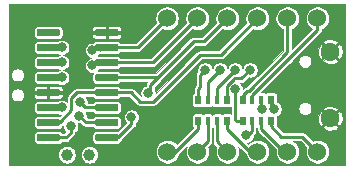
<source format=gbr>
G04 #@! TF.GenerationSoftware,KiCad,Pcbnew,(5.1.5)-3*
G04 #@! TF.CreationDate,2020-07-16T22:53:37-05:00*
G04 #@! TF.ProjectId,pcb,7063622e-6b69-4636-9164-5f7063625858,rev?*
G04 #@! TF.SameCoordinates,Original*
G04 #@! TF.FileFunction,Copper,L1,Top*
G04 #@! TF.FilePolarity,Positive*
%FSLAX46Y46*%
G04 Gerber Fmt 4.6, Leading zero omitted, Abs format (unit mm)*
G04 Created by KiCad (PCBNEW (5.1.5)-3) date 2020-07-16 22:53:37*
%MOMM*%
%LPD*%
G04 APERTURE LIST*
%ADD10C,1.000000*%
%ADD11C,1.600000*%
%ADD12C,1.524000*%
%ADD13C,0.100000*%
%ADD14R,0.500000X0.800000*%
%ADD15R,0.400000X0.800000*%
%ADD16C,0.800000*%
%ADD17C,0.250000*%
G04 APERTURE END LIST*
D10*
X140081000Y-94805500D03*
X141981000Y-94805500D03*
D11*
X162380000Y-91725000D03*
X162380000Y-86075000D03*
D12*
X148590000Y-94550000D03*
X151130000Y-94550000D03*
X153670000Y-94550000D03*
X156210000Y-94550000D03*
X158750000Y-94550000D03*
X161290000Y-94550000D03*
X161290000Y-83250000D03*
X158742000Y-83250000D03*
X156194000Y-83250000D03*
X153646000Y-83250000D03*
X151098000Y-83250000D03*
X148550000Y-83250000D03*
G04 #@! TA.AperFunction,SMDPad,CuDef*
D13*
G36*
X139334703Y-93045722D02*
G01*
X139349264Y-93047882D01*
X139363543Y-93051459D01*
X139377403Y-93056418D01*
X139390710Y-93062712D01*
X139403336Y-93070280D01*
X139415159Y-93079048D01*
X139426066Y-93088934D01*
X139435952Y-93099841D01*
X139444720Y-93111664D01*
X139452288Y-93124290D01*
X139458582Y-93137597D01*
X139463541Y-93151457D01*
X139467118Y-93165736D01*
X139469278Y-93180297D01*
X139470000Y-93195000D01*
X139470000Y-93495000D01*
X139469278Y-93509703D01*
X139467118Y-93524264D01*
X139463541Y-93538543D01*
X139458582Y-93552403D01*
X139452288Y-93565710D01*
X139444720Y-93578336D01*
X139435952Y-93590159D01*
X139426066Y-93601066D01*
X139415159Y-93610952D01*
X139403336Y-93619720D01*
X139390710Y-93627288D01*
X139377403Y-93633582D01*
X139363543Y-93638541D01*
X139349264Y-93642118D01*
X139334703Y-93644278D01*
X139320000Y-93645000D01*
X137670000Y-93645000D01*
X137655297Y-93644278D01*
X137640736Y-93642118D01*
X137626457Y-93638541D01*
X137612597Y-93633582D01*
X137599290Y-93627288D01*
X137586664Y-93619720D01*
X137574841Y-93610952D01*
X137563934Y-93601066D01*
X137554048Y-93590159D01*
X137545280Y-93578336D01*
X137537712Y-93565710D01*
X137531418Y-93552403D01*
X137526459Y-93538543D01*
X137522882Y-93524264D01*
X137520722Y-93509703D01*
X137520000Y-93495000D01*
X137520000Y-93195000D01*
X137520722Y-93180297D01*
X137522882Y-93165736D01*
X137526459Y-93151457D01*
X137531418Y-93137597D01*
X137537712Y-93124290D01*
X137545280Y-93111664D01*
X137554048Y-93099841D01*
X137563934Y-93088934D01*
X137574841Y-93079048D01*
X137586664Y-93070280D01*
X137599290Y-93062712D01*
X137612597Y-93056418D01*
X137626457Y-93051459D01*
X137640736Y-93047882D01*
X137655297Y-93045722D01*
X137670000Y-93045000D01*
X139320000Y-93045000D01*
X139334703Y-93045722D01*
G37*
G04 #@! TD.AperFunction*
G04 #@! TA.AperFunction,SMDPad,CuDef*
G36*
X139334703Y-91775722D02*
G01*
X139349264Y-91777882D01*
X139363543Y-91781459D01*
X139377403Y-91786418D01*
X139390710Y-91792712D01*
X139403336Y-91800280D01*
X139415159Y-91809048D01*
X139426066Y-91818934D01*
X139435952Y-91829841D01*
X139444720Y-91841664D01*
X139452288Y-91854290D01*
X139458582Y-91867597D01*
X139463541Y-91881457D01*
X139467118Y-91895736D01*
X139469278Y-91910297D01*
X139470000Y-91925000D01*
X139470000Y-92225000D01*
X139469278Y-92239703D01*
X139467118Y-92254264D01*
X139463541Y-92268543D01*
X139458582Y-92282403D01*
X139452288Y-92295710D01*
X139444720Y-92308336D01*
X139435952Y-92320159D01*
X139426066Y-92331066D01*
X139415159Y-92340952D01*
X139403336Y-92349720D01*
X139390710Y-92357288D01*
X139377403Y-92363582D01*
X139363543Y-92368541D01*
X139349264Y-92372118D01*
X139334703Y-92374278D01*
X139320000Y-92375000D01*
X137670000Y-92375000D01*
X137655297Y-92374278D01*
X137640736Y-92372118D01*
X137626457Y-92368541D01*
X137612597Y-92363582D01*
X137599290Y-92357288D01*
X137586664Y-92349720D01*
X137574841Y-92340952D01*
X137563934Y-92331066D01*
X137554048Y-92320159D01*
X137545280Y-92308336D01*
X137537712Y-92295710D01*
X137531418Y-92282403D01*
X137526459Y-92268543D01*
X137522882Y-92254264D01*
X137520722Y-92239703D01*
X137520000Y-92225000D01*
X137520000Y-91925000D01*
X137520722Y-91910297D01*
X137522882Y-91895736D01*
X137526459Y-91881457D01*
X137531418Y-91867597D01*
X137537712Y-91854290D01*
X137545280Y-91841664D01*
X137554048Y-91829841D01*
X137563934Y-91818934D01*
X137574841Y-91809048D01*
X137586664Y-91800280D01*
X137599290Y-91792712D01*
X137612597Y-91786418D01*
X137626457Y-91781459D01*
X137640736Y-91777882D01*
X137655297Y-91775722D01*
X137670000Y-91775000D01*
X139320000Y-91775000D01*
X139334703Y-91775722D01*
G37*
G04 #@! TD.AperFunction*
G04 #@! TA.AperFunction,SMDPad,CuDef*
G36*
X139334703Y-90505722D02*
G01*
X139349264Y-90507882D01*
X139363543Y-90511459D01*
X139377403Y-90516418D01*
X139390710Y-90522712D01*
X139403336Y-90530280D01*
X139415159Y-90539048D01*
X139426066Y-90548934D01*
X139435952Y-90559841D01*
X139444720Y-90571664D01*
X139452288Y-90584290D01*
X139458582Y-90597597D01*
X139463541Y-90611457D01*
X139467118Y-90625736D01*
X139469278Y-90640297D01*
X139470000Y-90655000D01*
X139470000Y-90955000D01*
X139469278Y-90969703D01*
X139467118Y-90984264D01*
X139463541Y-90998543D01*
X139458582Y-91012403D01*
X139452288Y-91025710D01*
X139444720Y-91038336D01*
X139435952Y-91050159D01*
X139426066Y-91061066D01*
X139415159Y-91070952D01*
X139403336Y-91079720D01*
X139390710Y-91087288D01*
X139377403Y-91093582D01*
X139363543Y-91098541D01*
X139349264Y-91102118D01*
X139334703Y-91104278D01*
X139320000Y-91105000D01*
X137670000Y-91105000D01*
X137655297Y-91104278D01*
X137640736Y-91102118D01*
X137626457Y-91098541D01*
X137612597Y-91093582D01*
X137599290Y-91087288D01*
X137586664Y-91079720D01*
X137574841Y-91070952D01*
X137563934Y-91061066D01*
X137554048Y-91050159D01*
X137545280Y-91038336D01*
X137537712Y-91025710D01*
X137531418Y-91012403D01*
X137526459Y-90998543D01*
X137522882Y-90984264D01*
X137520722Y-90969703D01*
X137520000Y-90955000D01*
X137520000Y-90655000D01*
X137520722Y-90640297D01*
X137522882Y-90625736D01*
X137526459Y-90611457D01*
X137531418Y-90597597D01*
X137537712Y-90584290D01*
X137545280Y-90571664D01*
X137554048Y-90559841D01*
X137563934Y-90548934D01*
X137574841Y-90539048D01*
X137586664Y-90530280D01*
X137599290Y-90522712D01*
X137612597Y-90516418D01*
X137626457Y-90511459D01*
X137640736Y-90507882D01*
X137655297Y-90505722D01*
X137670000Y-90505000D01*
X139320000Y-90505000D01*
X139334703Y-90505722D01*
G37*
G04 #@! TD.AperFunction*
G04 #@! TA.AperFunction,SMDPad,CuDef*
G36*
X139334703Y-89235722D02*
G01*
X139349264Y-89237882D01*
X139363543Y-89241459D01*
X139377403Y-89246418D01*
X139390710Y-89252712D01*
X139403336Y-89260280D01*
X139415159Y-89269048D01*
X139426066Y-89278934D01*
X139435952Y-89289841D01*
X139444720Y-89301664D01*
X139452288Y-89314290D01*
X139458582Y-89327597D01*
X139463541Y-89341457D01*
X139467118Y-89355736D01*
X139469278Y-89370297D01*
X139470000Y-89385000D01*
X139470000Y-89685000D01*
X139469278Y-89699703D01*
X139467118Y-89714264D01*
X139463541Y-89728543D01*
X139458582Y-89742403D01*
X139452288Y-89755710D01*
X139444720Y-89768336D01*
X139435952Y-89780159D01*
X139426066Y-89791066D01*
X139415159Y-89800952D01*
X139403336Y-89809720D01*
X139390710Y-89817288D01*
X139377403Y-89823582D01*
X139363543Y-89828541D01*
X139349264Y-89832118D01*
X139334703Y-89834278D01*
X139320000Y-89835000D01*
X137670000Y-89835000D01*
X137655297Y-89834278D01*
X137640736Y-89832118D01*
X137626457Y-89828541D01*
X137612597Y-89823582D01*
X137599290Y-89817288D01*
X137586664Y-89809720D01*
X137574841Y-89800952D01*
X137563934Y-89791066D01*
X137554048Y-89780159D01*
X137545280Y-89768336D01*
X137537712Y-89755710D01*
X137531418Y-89742403D01*
X137526459Y-89728543D01*
X137522882Y-89714264D01*
X137520722Y-89699703D01*
X137520000Y-89685000D01*
X137520000Y-89385000D01*
X137520722Y-89370297D01*
X137522882Y-89355736D01*
X137526459Y-89341457D01*
X137531418Y-89327597D01*
X137537712Y-89314290D01*
X137545280Y-89301664D01*
X137554048Y-89289841D01*
X137563934Y-89278934D01*
X137574841Y-89269048D01*
X137586664Y-89260280D01*
X137599290Y-89252712D01*
X137612597Y-89246418D01*
X137626457Y-89241459D01*
X137640736Y-89237882D01*
X137655297Y-89235722D01*
X137670000Y-89235000D01*
X139320000Y-89235000D01*
X139334703Y-89235722D01*
G37*
G04 #@! TD.AperFunction*
G04 #@! TA.AperFunction,SMDPad,CuDef*
G36*
X139334703Y-87965722D02*
G01*
X139349264Y-87967882D01*
X139363543Y-87971459D01*
X139377403Y-87976418D01*
X139390710Y-87982712D01*
X139403336Y-87990280D01*
X139415159Y-87999048D01*
X139426066Y-88008934D01*
X139435952Y-88019841D01*
X139444720Y-88031664D01*
X139452288Y-88044290D01*
X139458582Y-88057597D01*
X139463541Y-88071457D01*
X139467118Y-88085736D01*
X139469278Y-88100297D01*
X139470000Y-88115000D01*
X139470000Y-88415000D01*
X139469278Y-88429703D01*
X139467118Y-88444264D01*
X139463541Y-88458543D01*
X139458582Y-88472403D01*
X139452288Y-88485710D01*
X139444720Y-88498336D01*
X139435952Y-88510159D01*
X139426066Y-88521066D01*
X139415159Y-88530952D01*
X139403336Y-88539720D01*
X139390710Y-88547288D01*
X139377403Y-88553582D01*
X139363543Y-88558541D01*
X139349264Y-88562118D01*
X139334703Y-88564278D01*
X139320000Y-88565000D01*
X137670000Y-88565000D01*
X137655297Y-88564278D01*
X137640736Y-88562118D01*
X137626457Y-88558541D01*
X137612597Y-88553582D01*
X137599290Y-88547288D01*
X137586664Y-88539720D01*
X137574841Y-88530952D01*
X137563934Y-88521066D01*
X137554048Y-88510159D01*
X137545280Y-88498336D01*
X137537712Y-88485710D01*
X137531418Y-88472403D01*
X137526459Y-88458543D01*
X137522882Y-88444264D01*
X137520722Y-88429703D01*
X137520000Y-88415000D01*
X137520000Y-88115000D01*
X137520722Y-88100297D01*
X137522882Y-88085736D01*
X137526459Y-88071457D01*
X137531418Y-88057597D01*
X137537712Y-88044290D01*
X137545280Y-88031664D01*
X137554048Y-88019841D01*
X137563934Y-88008934D01*
X137574841Y-87999048D01*
X137586664Y-87990280D01*
X137599290Y-87982712D01*
X137612597Y-87976418D01*
X137626457Y-87971459D01*
X137640736Y-87967882D01*
X137655297Y-87965722D01*
X137670000Y-87965000D01*
X139320000Y-87965000D01*
X139334703Y-87965722D01*
G37*
G04 #@! TD.AperFunction*
G04 #@! TA.AperFunction,SMDPad,CuDef*
G36*
X139334703Y-86695722D02*
G01*
X139349264Y-86697882D01*
X139363543Y-86701459D01*
X139377403Y-86706418D01*
X139390710Y-86712712D01*
X139403336Y-86720280D01*
X139415159Y-86729048D01*
X139426066Y-86738934D01*
X139435952Y-86749841D01*
X139444720Y-86761664D01*
X139452288Y-86774290D01*
X139458582Y-86787597D01*
X139463541Y-86801457D01*
X139467118Y-86815736D01*
X139469278Y-86830297D01*
X139470000Y-86845000D01*
X139470000Y-87145000D01*
X139469278Y-87159703D01*
X139467118Y-87174264D01*
X139463541Y-87188543D01*
X139458582Y-87202403D01*
X139452288Y-87215710D01*
X139444720Y-87228336D01*
X139435952Y-87240159D01*
X139426066Y-87251066D01*
X139415159Y-87260952D01*
X139403336Y-87269720D01*
X139390710Y-87277288D01*
X139377403Y-87283582D01*
X139363543Y-87288541D01*
X139349264Y-87292118D01*
X139334703Y-87294278D01*
X139320000Y-87295000D01*
X137670000Y-87295000D01*
X137655297Y-87294278D01*
X137640736Y-87292118D01*
X137626457Y-87288541D01*
X137612597Y-87283582D01*
X137599290Y-87277288D01*
X137586664Y-87269720D01*
X137574841Y-87260952D01*
X137563934Y-87251066D01*
X137554048Y-87240159D01*
X137545280Y-87228336D01*
X137537712Y-87215710D01*
X137531418Y-87202403D01*
X137526459Y-87188543D01*
X137522882Y-87174264D01*
X137520722Y-87159703D01*
X137520000Y-87145000D01*
X137520000Y-86845000D01*
X137520722Y-86830297D01*
X137522882Y-86815736D01*
X137526459Y-86801457D01*
X137531418Y-86787597D01*
X137537712Y-86774290D01*
X137545280Y-86761664D01*
X137554048Y-86749841D01*
X137563934Y-86738934D01*
X137574841Y-86729048D01*
X137586664Y-86720280D01*
X137599290Y-86712712D01*
X137612597Y-86706418D01*
X137626457Y-86701459D01*
X137640736Y-86697882D01*
X137655297Y-86695722D01*
X137670000Y-86695000D01*
X139320000Y-86695000D01*
X139334703Y-86695722D01*
G37*
G04 #@! TD.AperFunction*
G04 #@! TA.AperFunction,SMDPad,CuDef*
G36*
X139334703Y-85425722D02*
G01*
X139349264Y-85427882D01*
X139363543Y-85431459D01*
X139377403Y-85436418D01*
X139390710Y-85442712D01*
X139403336Y-85450280D01*
X139415159Y-85459048D01*
X139426066Y-85468934D01*
X139435952Y-85479841D01*
X139444720Y-85491664D01*
X139452288Y-85504290D01*
X139458582Y-85517597D01*
X139463541Y-85531457D01*
X139467118Y-85545736D01*
X139469278Y-85560297D01*
X139470000Y-85575000D01*
X139470000Y-85875000D01*
X139469278Y-85889703D01*
X139467118Y-85904264D01*
X139463541Y-85918543D01*
X139458582Y-85932403D01*
X139452288Y-85945710D01*
X139444720Y-85958336D01*
X139435952Y-85970159D01*
X139426066Y-85981066D01*
X139415159Y-85990952D01*
X139403336Y-85999720D01*
X139390710Y-86007288D01*
X139377403Y-86013582D01*
X139363543Y-86018541D01*
X139349264Y-86022118D01*
X139334703Y-86024278D01*
X139320000Y-86025000D01*
X137670000Y-86025000D01*
X137655297Y-86024278D01*
X137640736Y-86022118D01*
X137626457Y-86018541D01*
X137612597Y-86013582D01*
X137599290Y-86007288D01*
X137586664Y-85999720D01*
X137574841Y-85990952D01*
X137563934Y-85981066D01*
X137554048Y-85970159D01*
X137545280Y-85958336D01*
X137537712Y-85945710D01*
X137531418Y-85932403D01*
X137526459Y-85918543D01*
X137522882Y-85904264D01*
X137520722Y-85889703D01*
X137520000Y-85875000D01*
X137520000Y-85575000D01*
X137520722Y-85560297D01*
X137522882Y-85545736D01*
X137526459Y-85531457D01*
X137531418Y-85517597D01*
X137537712Y-85504290D01*
X137545280Y-85491664D01*
X137554048Y-85479841D01*
X137563934Y-85468934D01*
X137574841Y-85459048D01*
X137586664Y-85450280D01*
X137599290Y-85442712D01*
X137612597Y-85436418D01*
X137626457Y-85431459D01*
X137640736Y-85427882D01*
X137655297Y-85425722D01*
X137670000Y-85425000D01*
X139320000Y-85425000D01*
X139334703Y-85425722D01*
G37*
G04 #@! TD.AperFunction*
G04 #@! TA.AperFunction,SMDPad,CuDef*
G36*
X139334703Y-84155722D02*
G01*
X139349264Y-84157882D01*
X139363543Y-84161459D01*
X139377403Y-84166418D01*
X139390710Y-84172712D01*
X139403336Y-84180280D01*
X139415159Y-84189048D01*
X139426066Y-84198934D01*
X139435952Y-84209841D01*
X139444720Y-84221664D01*
X139452288Y-84234290D01*
X139458582Y-84247597D01*
X139463541Y-84261457D01*
X139467118Y-84275736D01*
X139469278Y-84290297D01*
X139470000Y-84305000D01*
X139470000Y-84605000D01*
X139469278Y-84619703D01*
X139467118Y-84634264D01*
X139463541Y-84648543D01*
X139458582Y-84662403D01*
X139452288Y-84675710D01*
X139444720Y-84688336D01*
X139435952Y-84700159D01*
X139426066Y-84711066D01*
X139415159Y-84720952D01*
X139403336Y-84729720D01*
X139390710Y-84737288D01*
X139377403Y-84743582D01*
X139363543Y-84748541D01*
X139349264Y-84752118D01*
X139334703Y-84754278D01*
X139320000Y-84755000D01*
X137670000Y-84755000D01*
X137655297Y-84754278D01*
X137640736Y-84752118D01*
X137626457Y-84748541D01*
X137612597Y-84743582D01*
X137599290Y-84737288D01*
X137586664Y-84729720D01*
X137574841Y-84720952D01*
X137563934Y-84711066D01*
X137554048Y-84700159D01*
X137545280Y-84688336D01*
X137537712Y-84675710D01*
X137531418Y-84662403D01*
X137526459Y-84648543D01*
X137522882Y-84634264D01*
X137520722Y-84619703D01*
X137520000Y-84605000D01*
X137520000Y-84305000D01*
X137520722Y-84290297D01*
X137522882Y-84275736D01*
X137526459Y-84261457D01*
X137531418Y-84247597D01*
X137537712Y-84234290D01*
X137545280Y-84221664D01*
X137554048Y-84209841D01*
X137563934Y-84198934D01*
X137574841Y-84189048D01*
X137586664Y-84180280D01*
X137599290Y-84172712D01*
X137612597Y-84166418D01*
X137626457Y-84161459D01*
X137640736Y-84157882D01*
X137655297Y-84155722D01*
X137670000Y-84155000D01*
X139320000Y-84155000D01*
X139334703Y-84155722D01*
G37*
G04 #@! TD.AperFunction*
G04 #@! TA.AperFunction,SMDPad,CuDef*
G36*
X144284703Y-84155722D02*
G01*
X144299264Y-84157882D01*
X144313543Y-84161459D01*
X144327403Y-84166418D01*
X144340710Y-84172712D01*
X144353336Y-84180280D01*
X144365159Y-84189048D01*
X144376066Y-84198934D01*
X144385952Y-84209841D01*
X144394720Y-84221664D01*
X144402288Y-84234290D01*
X144408582Y-84247597D01*
X144413541Y-84261457D01*
X144417118Y-84275736D01*
X144419278Y-84290297D01*
X144420000Y-84305000D01*
X144420000Y-84605000D01*
X144419278Y-84619703D01*
X144417118Y-84634264D01*
X144413541Y-84648543D01*
X144408582Y-84662403D01*
X144402288Y-84675710D01*
X144394720Y-84688336D01*
X144385952Y-84700159D01*
X144376066Y-84711066D01*
X144365159Y-84720952D01*
X144353336Y-84729720D01*
X144340710Y-84737288D01*
X144327403Y-84743582D01*
X144313543Y-84748541D01*
X144299264Y-84752118D01*
X144284703Y-84754278D01*
X144270000Y-84755000D01*
X142620000Y-84755000D01*
X142605297Y-84754278D01*
X142590736Y-84752118D01*
X142576457Y-84748541D01*
X142562597Y-84743582D01*
X142549290Y-84737288D01*
X142536664Y-84729720D01*
X142524841Y-84720952D01*
X142513934Y-84711066D01*
X142504048Y-84700159D01*
X142495280Y-84688336D01*
X142487712Y-84675710D01*
X142481418Y-84662403D01*
X142476459Y-84648543D01*
X142472882Y-84634264D01*
X142470722Y-84619703D01*
X142470000Y-84605000D01*
X142470000Y-84305000D01*
X142470722Y-84290297D01*
X142472882Y-84275736D01*
X142476459Y-84261457D01*
X142481418Y-84247597D01*
X142487712Y-84234290D01*
X142495280Y-84221664D01*
X142504048Y-84209841D01*
X142513934Y-84198934D01*
X142524841Y-84189048D01*
X142536664Y-84180280D01*
X142549290Y-84172712D01*
X142562597Y-84166418D01*
X142576457Y-84161459D01*
X142590736Y-84157882D01*
X142605297Y-84155722D01*
X142620000Y-84155000D01*
X144270000Y-84155000D01*
X144284703Y-84155722D01*
G37*
G04 #@! TD.AperFunction*
G04 #@! TA.AperFunction,SMDPad,CuDef*
G36*
X144284703Y-85425722D02*
G01*
X144299264Y-85427882D01*
X144313543Y-85431459D01*
X144327403Y-85436418D01*
X144340710Y-85442712D01*
X144353336Y-85450280D01*
X144365159Y-85459048D01*
X144376066Y-85468934D01*
X144385952Y-85479841D01*
X144394720Y-85491664D01*
X144402288Y-85504290D01*
X144408582Y-85517597D01*
X144413541Y-85531457D01*
X144417118Y-85545736D01*
X144419278Y-85560297D01*
X144420000Y-85575000D01*
X144420000Y-85875000D01*
X144419278Y-85889703D01*
X144417118Y-85904264D01*
X144413541Y-85918543D01*
X144408582Y-85932403D01*
X144402288Y-85945710D01*
X144394720Y-85958336D01*
X144385952Y-85970159D01*
X144376066Y-85981066D01*
X144365159Y-85990952D01*
X144353336Y-85999720D01*
X144340710Y-86007288D01*
X144327403Y-86013582D01*
X144313543Y-86018541D01*
X144299264Y-86022118D01*
X144284703Y-86024278D01*
X144270000Y-86025000D01*
X142620000Y-86025000D01*
X142605297Y-86024278D01*
X142590736Y-86022118D01*
X142576457Y-86018541D01*
X142562597Y-86013582D01*
X142549290Y-86007288D01*
X142536664Y-85999720D01*
X142524841Y-85990952D01*
X142513934Y-85981066D01*
X142504048Y-85970159D01*
X142495280Y-85958336D01*
X142487712Y-85945710D01*
X142481418Y-85932403D01*
X142476459Y-85918543D01*
X142472882Y-85904264D01*
X142470722Y-85889703D01*
X142470000Y-85875000D01*
X142470000Y-85575000D01*
X142470722Y-85560297D01*
X142472882Y-85545736D01*
X142476459Y-85531457D01*
X142481418Y-85517597D01*
X142487712Y-85504290D01*
X142495280Y-85491664D01*
X142504048Y-85479841D01*
X142513934Y-85468934D01*
X142524841Y-85459048D01*
X142536664Y-85450280D01*
X142549290Y-85442712D01*
X142562597Y-85436418D01*
X142576457Y-85431459D01*
X142590736Y-85427882D01*
X142605297Y-85425722D01*
X142620000Y-85425000D01*
X144270000Y-85425000D01*
X144284703Y-85425722D01*
G37*
G04 #@! TD.AperFunction*
G04 #@! TA.AperFunction,SMDPad,CuDef*
G36*
X144284703Y-86695722D02*
G01*
X144299264Y-86697882D01*
X144313543Y-86701459D01*
X144327403Y-86706418D01*
X144340710Y-86712712D01*
X144353336Y-86720280D01*
X144365159Y-86729048D01*
X144376066Y-86738934D01*
X144385952Y-86749841D01*
X144394720Y-86761664D01*
X144402288Y-86774290D01*
X144408582Y-86787597D01*
X144413541Y-86801457D01*
X144417118Y-86815736D01*
X144419278Y-86830297D01*
X144420000Y-86845000D01*
X144420000Y-87145000D01*
X144419278Y-87159703D01*
X144417118Y-87174264D01*
X144413541Y-87188543D01*
X144408582Y-87202403D01*
X144402288Y-87215710D01*
X144394720Y-87228336D01*
X144385952Y-87240159D01*
X144376066Y-87251066D01*
X144365159Y-87260952D01*
X144353336Y-87269720D01*
X144340710Y-87277288D01*
X144327403Y-87283582D01*
X144313543Y-87288541D01*
X144299264Y-87292118D01*
X144284703Y-87294278D01*
X144270000Y-87295000D01*
X142620000Y-87295000D01*
X142605297Y-87294278D01*
X142590736Y-87292118D01*
X142576457Y-87288541D01*
X142562597Y-87283582D01*
X142549290Y-87277288D01*
X142536664Y-87269720D01*
X142524841Y-87260952D01*
X142513934Y-87251066D01*
X142504048Y-87240159D01*
X142495280Y-87228336D01*
X142487712Y-87215710D01*
X142481418Y-87202403D01*
X142476459Y-87188543D01*
X142472882Y-87174264D01*
X142470722Y-87159703D01*
X142470000Y-87145000D01*
X142470000Y-86845000D01*
X142470722Y-86830297D01*
X142472882Y-86815736D01*
X142476459Y-86801457D01*
X142481418Y-86787597D01*
X142487712Y-86774290D01*
X142495280Y-86761664D01*
X142504048Y-86749841D01*
X142513934Y-86738934D01*
X142524841Y-86729048D01*
X142536664Y-86720280D01*
X142549290Y-86712712D01*
X142562597Y-86706418D01*
X142576457Y-86701459D01*
X142590736Y-86697882D01*
X142605297Y-86695722D01*
X142620000Y-86695000D01*
X144270000Y-86695000D01*
X144284703Y-86695722D01*
G37*
G04 #@! TD.AperFunction*
G04 #@! TA.AperFunction,SMDPad,CuDef*
G36*
X144284703Y-87965722D02*
G01*
X144299264Y-87967882D01*
X144313543Y-87971459D01*
X144327403Y-87976418D01*
X144340710Y-87982712D01*
X144353336Y-87990280D01*
X144365159Y-87999048D01*
X144376066Y-88008934D01*
X144385952Y-88019841D01*
X144394720Y-88031664D01*
X144402288Y-88044290D01*
X144408582Y-88057597D01*
X144413541Y-88071457D01*
X144417118Y-88085736D01*
X144419278Y-88100297D01*
X144420000Y-88115000D01*
X144420000Y-88415000D01*
X144419278Y-88429703D01*
X144417118Y-88444264D01*
X144413541Y-88458543D01*
X144408582Y-88472403D01*
X144402288Y-88485710D01*
X144394720Y-88498336D01*
X144385952Y-88510159D01*
X144376066Y-88521066D01*
X144365159Y-88530952D01*
X144353336Y-88539720D01*
X144340710Y-88547288D01*
X144327403Y-88553582D01*
X144313543Y-88558541D01*
X144299264Y-88562118D01*
X144284703Y-88564278D01*
X144270000Y-88565000D01*
X142620000Y-88565000D01*
X142605297Y-88564278D01*
X142590736Y-88562118D01*
X142576457Y-88558541D01*
X142562597Y-88553582D01*
X142549290Y-88547288D01*
X142536664Y-88539720D01*
X142524841Y-88530952D01*
X142513934Y-88521066D01*
X142504048Y-88510159D01*
X142495280Y-88498336D01*
X142487712Y-88485710D01*
X142481418Y-88472403D01*
X142476459Y-88458543D01*
X142472882Y-88444264D01*
X142470722Y-88429703D01*
X142470000Y-88415000D01*
X142470000Y-88115000D01*
X142470722Y-88100297D01*
X142472882Y-88085736D01*
X142476459Y-88071457D01*
X142481418Y-88057597D01*
X142487712Y-88044290D01*
X142495280Y-88031664D01*
X142504048Y-88019841D01*
X142513934Y-88008934D01*
X142524841Y-87999048D01*
X142536664Y-87990280D01*
X142549290Y-87982712D01*
X142562597Y-87976418D01*
X142576457Y-87971459D01*
X142590736Y-87967882D01*
X142605297Y-87965722D01*
X142620000Y-87965000D01*
X144270000Y-87965000D01*
X144284703Y-87965722D01*
G37*
G04 #@! TD.AperFunction*
G04 #@! TA.AperFunction,SMDPad,CuDef*
G36*
X144284703Y-89235722D02*
G01*
X144299264Y-89237882D01*
X144313543Y-89241459D01*
X144327403Y-89246418D01*
X144340710Y-89252712D01*
X144353336Y-89260280D01*
X144365159Y-89269048D01*
X144376066Y-89278934D01*
X144385952Y-89289841D01*
X144394720Y-89301664D01*
X144402288Y-89314290D01*
X144408582Y-89327597D01*
X144413541Y-89341457D01*
X144417118Y-89355736D01*
X144419278Y-89370297D01*
X144420000Y-89385000D01*
X144420000Y-89685000D01*
X144419278Y-89699703D01*
X144417118Y-89714264D01*
X144413541Y-89728543D01*
X144408582Y-89742403D01*
X144402288Y-89755710D01*
X144394720Y-89768336D01*
X144385952Y-89780159D01*
X144376066Y-89791066D01*
X144365159Y-89800952D01*
X144353336Y-89809720D01*
X144340710Y-89817288D01*
X144327403Y-89823582D01*
X144313543Y-89828541D01*
X144299264Y-89832118D01*
X144284703Y-89834278D01*
X144270000Y-89835000D01*
X142620000Y-89835000D01*
X142605297Y-89834278D01*
X142590736Y-89832118D01*
X142576457Y-89828541D01*
X142562597Y-89823582D01*
X142549290Y-89817288D01*
X142536664Y-89809720D01*
X142524841Y-89800952D01*
X142513934Y-89791066D01*
X142504048Y-89780159D01*
X142495280Y-89768336D01*
X142487712Y-89755710D01*
X142481418Y-89742403D01*
X142476459Y-89728543D01*
X142472882Y-89714264D01*
X142470722Y-89699703D01*
X142470000Y-89685000D01*
X142470000Y-89385000D01*
X142470722Y-89370297D01*
X142472882Y-89355736D01*
X142476459Y-89341457D01*
X142481418Y-89327597D01*
X142487712Y-89314290D01*
X142495280Y-89301664D01*
X142504048Y-89289841D01*
X142513934Y-89278934D01*
X142524841Y-89269048D01*
X142536664Y-89260280D01*
X142549290Y-89252712D01*
X142562597Y-89246418D01*
X142576457Y-89241459D01*
X142590736Y-89237882D01*
X142605297Y-89235722D01*
X142620000Y-89235000D01*
X144270000Y-89235000D01*
X144284703Y-89235722D01*
G37*
G04 #@! TD.AperFunction*
G04 #@! TA.AperFunction,SMDPad,CuDef*
G36*
X144284703Y-90505722D02*
G01*
X144299264Y-90507882D01*
X144313543Y-90511459D01*
X144327403Y-90516418D01*
X144340710Y-90522712D01*
X144353336Y-90530280D01*
X144365159Y-90539048D01*
X144376066Y-90548934D01*
X144385952Y-90559841D01*
X144394720Y-90571664D01*
X144402288Y-90584290D01*
X144408582Y-90597597D01*
X144413541Y-90611457D01*
X144417118Y-90625736D01*
X144419278Y-90640297D01*
X144420000Y-90655000D01*
X144420000Y-90955000D01*
X144419278Y-90969703D01*
X144417118Y-90984264D01*
X144413541Y-90998543D01*
X144408582Y-91012403D01*
X144402288Y-91025710D01*
X144394720Y-91038336D01*
X144385952Y-91050159D01*
X144376066Y-91061066D01*
X144365159Y-91070952D01*
X144353336Y-91079720D01*
X144340710Y-91087288D01*
X144327403Y-91093582D01*
X144313543Y-91098541D01*
X144299264Y-91102118D01*
X144284703Y-91104278D01*
X144270000Y-91105000D01*
X142620000Y-91105000D01*
X142605297Y-91104278D01*
X142590736Y-91102118D01*
X142576457Y-91098541D01*
X142562597Y-91093582D01*
X142549290Y-91087288D01*
X142536664Y-91079720D01*
X142524841Y-91070952D01*
X142513934Y-91061066D01*
X142504048Y-91050159D01*
X142495280Y-91038336D01*
X142487712Y-91025710D01*
X142481418Y-91012403D01*
X142476459Y-90998543D01*
X142472882Y-90984264D01*
X142470722Y-90969703D01*
X142470000Y-90955000D01*
X142470000Y-90655000D01*
X142470722Y-90640297D01*
X142472882Y-90625736D01*
X142476459Y-90611457D01*
X142481418Y-90597597D01*
X142487712Y-90584290D01*
X142495280Y-90571664D01*
X142504048Y-90559841D01*
X142513934Y-90548934D01*
X142524841Y-90539048D01*
X142536664Y-90530280D01*
X142549290Y-90522712D01*
X142562597Y-90516418D01*
X142576457Y-90511459D01*
X142590736Y-90507882D01*
X142605297Y-90505722D01*
X142620000Y-90505000D01*
X144270000Y-90505000D01*
X144284703Y-90505722D01*
G37*
G04 #@! TD.AperFunction*
G04 #@! TA.AperFunction,SMDPad,CuDef*
G36*
X144284703Y-91775722D02*
G01*
X144299264Y-91777882D01*
X144313543Y-91781459D01*
X144327403Y-91786418D01*
X144340710Y-91792712D01*
X144353336Y-91800280D01*
X144365159Y-91809048D01*
X144376066Y-91818934D01*
X144385952Y-91829841D01*
X144394720Y-91841664D01*
X144402288Y-91854290D01*
X144408582Y-91867597D01*
X144413541Y-91881457D01*
X144417118Y-91895736D01*
X144419278Y-91910297D01*
X144420000Y-91925000D01*
X144420000Y-92225000D01*
X144419278Y-92239703D01*
X144417118Y-92254264D01*
X144413541Y-92268543D01*
X144408582Y-92282403D01*
X144402288Y-92295710D01*
X144394720Y-92308336D01*
X144385952Y-92320159D01*
X144376066Y-92331066D01*
X144365159Y-92340952D01*
X144353336Y-92349720D01*
X144340710Y-92357288D01*
X144327403Y-92363582D01*
X144313543Y-92368541D01*
X144299264Y-92372118D01*
X144284703Y-92374278D01*
X144270000Y-92375000D01*
X142620000Y-92375000D01*
X142605297Y-92374278D01*
X142590736Y-92372118D01*
X142576457Y-92368541D01*
X142562597Y-92363582D01*
X142549290Y-92357288D01*
X142536664Y-92349720D01*
X142524841Y-92340952D01*
X142513934Y-92331066D01*
X142504048Y-92320159D01*
X142495280Y-92308336D01*
X142487712Y-92295710D01*
X142481418Y-92282403D01*
X142476459Y-92268543D01*
X142472882Y-92254264D01*
X142470722Y-92239703D01*
X142470000Y-92225000D01*
X142470000Y-91925000D01*
X142470722Y-91910297D01*
X142472882Y-91895736D01*
X142476459Y-91881457D01*
X142481418Y-91867597D01*
X142487712Y-91854290D01*
X142495280Y-91841664D01*
X142504048Y-91829841D01*
X142513934Y-91818934D01*
X142524841Y-91809048D01*
X142536664Y-91800280D01*
X142549290Y-91792712D01*
X142562597Y-91786418D01*
X142576457Y-91781459D01*
X142590736Y-91777882D01*
X142605297Y-91775722D01*
X142620000Y-91775000D01*
X144270000Y-91775000D01*
X144284703Y-91775722D01*
G37*
G04 #@! TD.AperFunction*
G04 #@! TA.AperFunction,SMDPad,CuDef*
G36*
X144284703Y-93045722D02*
G01*
X144299264Y-93047882D01*
X144313543Y-93051459D01*
X144327403Y-93056418D01*
X144340710Y-93062712D01*
X144353336Y-93070280D01*
X144365159Y-93079048D01*
X144376066Y-93088934D01*
X144385952Y-93099841D01*
X144394720Y-93111664D01*
X144402288Y-93124290D01*
X144408582Y-93137597D01*
X144413541Y-93151457D01*
X144417118Y-93165736D01*
X144419278Y-93180297D01*
X144420000Y-93195000D01*
X144420000Y-93495000D01*
X144419278Y-93509703D01*
X144417118Y-93524264D01*
X144413541Y-93538543D01*
X144408582Y-93552403D01*
X144402288Y-93565710D01*
X144394720Y-93578336D01*
X144385952Y-93590159D01*
X144376066Y-93601066D01*
X144365159Y-93610952D01*
X144353336Y-93619720D01*
X144340710Y-93627288D01*
X144327403Y-93633582D01*
X144313543Y-93638541D01*
X144299264Y-93642118D01*
X144284703Y-93644278D01*
X144270000Y-93645000D01*
X142620000Y-93645000D01*
X142605297Y-93644278D01*
X142590736Y-93642118D01*
X142576457Y-93638541D01*
X142562597Y-93633582D01*
X142549290Y-93627288D01*
X142536664Y-93619720D01*
X142524841Y-93610952D01*
X142513934Y-93601066D01*
X142504048Y-93590159D01*
X142495280Y-93578336D01*
X142487712Y-93565710D01*
X142481418Y-93552403D01*
X142476459Y-93538543D01*
X142472882Y-93524264D01*
X142470722Y-93509703D01*
X142470000Y-93495000D01*
X142470000Y-93195000D01*
X142470722Y-93180297D01*
X142472882Y-93165736D01*
X142476459Y-93151457D01*
X142481418Y-93137597D01*
X142487712Y-93124290D01*
X142495280Y-93111664D01*
X142504048Y-93099841D01*
X142513934Y-93088934D01*
X142524841Y-93079048D01*
X142536664Y-93070280D01*
X142549290Y-93062712D01*
X142562597Y-93056418D01*
X142576457Y-93051459D01*
X142590736Y-93047882D01*
X142605297Y-93045722D01*
X142620000Y-93045000D01*
X144270000Y-93045000D01*
X144284703Y-93045722D01*
G37*
G04 #@! TD.AperFunction*
D14*
X151200000Y-91959000D03*
D15*
X152800000Y-91959000D03*
X152000000Y-91959000D03*
D14*
X153600000Y-91959000D03*
D15*
X152000000Y-90159000D03*
D14*
X151200000Y-90159000D03*
D15*
X152800000Y-90159000D03*
D14*
X153600000Y-90159000D03*
X157346500Y-90159000D03*
D15*
X156546500Y-90159000D03*
D14*
X154946500Y-90159000D03*
D15*
X155746500Y-90159000D03*
D14*
X157346500Y-91959000D03*
D15*
X155746500Y-91959000D03*
X156546500Y-91959000D03*
D14*
X154946500Y-91959000D03*
D16*
X139636500Y-85725000D03*
X140398500Y-92392500D03*
X151765000Y-87630000D03*
X154305000Y-87630000D03*
X153035000Y-87630000D03*
X155575000Y-87630000D03*
X139636500Y-90805000D03*
X139636500Y-88265000D03*
X139636500Y-86995000D03*
X135890000Y-93345000D03*
X135890000Y-84455000D03*
X146050000Y-83185000D03*
X146939000Y-94805500D03*
X150495000Y-88519000D03*
X158750000Y-92075000D03*
X154334256Y-89262460D03*
X157607000Y-90932000D03*
X155257500Y-93154500D03*
X156591000Y-90932000D03*
X141187000Y-90360500D03*
X142240000Y-85962021D03*
X141097000Y-91503500D03*
X142240000Y-87249000D03*
X146939000Y-89598500D03*
X145542000Y-91630500D03*
D17*
X139636500Y-85725000D02*
X138495000Y-85725000D01*
X139065000Y-93345000D02*
X138495000Y-93345000D01*
X139255500Y-93345000D02*
X139319000Y-93281500D01*
X138495000Y-93345000D02*
X139255500Y-93345000D01*
X139319000Y-93281500D02*
X139325400Y-93345000D01*
X139470000Y-93345000D02*
X138495000Y-93345000D01*
X140011685Y-93345000D02*
X139470000Y-93345000D01*
X140398500Y-92958185D02*
X140011685Y-93345000D01*
X140398500Y-92392500D02*
X140398500Y-92958185D01*
X138495000Y-90805000D02*
X139636500Y-90805000D01*
X139636500Y-88265000D02*
X138495000Y-88265000D01*
X138495000Y-86995000D02*
X139636500Y-86995000D01*
X151365001Y-88029999D02*
X151765000Y-87630000D01*
X151365001Y-89103001D02*
X151365001Y-88029999D01*
X151200000Y-89268002D02*
X151365001Y-89103001D01*
X151200000Y-90159000D02*
X151200000Y-89268002D01*
X152800000Y-89135000D02*
X154305000Y-87630000D01*
X152800000Y-90159000D02*
X152800000Y-89135000D01*
X152000000Y-88665000D02*
X153035000Y-87630000D01*
X152000000Y-90159000D02*
X152000000Y-88665000D01*
X155575000Y-87630000D02*
X154849999Y-88355001D01*
X154849999Y-88355001D02*
X154216409Y-88355001D01*
X153600000Y-89147500D02*
X153600000Y-90159000D01*
X153600000Y-88971410D02*
X154210455Y-88360955D01*
X153600000Y-90159000D02*
X153600000Y-88971410D01*
X154334256Y-91846756D02*
X154334256Y-89262460D01*
X154946500Y-91959000D02*
X154446500Y-91959000D01*
X154446500Y-91959000D02*
X154334256Y-91846756D01*
X157346500Y-90159000D02*
X157346500Y-90481000D01*
X157346500Y-90671500D02*
X157607000Y-90932000D01*
X157346500Y-90159000D02*
X157346500Y-90671500D01*
X155746500Y-92792500D02*
X155384500Y-93154500D01*
X155746500Y-91959000D02*
X155746500Y-92792500D01*
X156527500Y-90521000D02*
X156546500Y-90540000D01*
X156546500Y-90887500D02*
X156591000Y-90932000D01*
X156546500Y-90159000D02*
X156546500Y-90887500D01*
X138495000Y-92075000D02*
X139065000Y-92075000D01*
X156194000Y-83250000D02*
X153084000Y-86360000D01*
X153084000Y-86360000D02*
X151320500Y-86360000D01*
X143445000Y-89535000D02*
X140939498Y-89535000D01*
X139503002Y-92075000D02*
X139470000Y-92075000D01*
X140939498Y-89535000D02*
X140461999Y-90012499D01*
X139470000Y-92075000D02*
X138495000Y-92075000D01*
X140461999Y-91059001D02*
X139573000Y-91948000D01*
X140461999Y-90012499D02*
X140461999Y-91059001D01*
X139573000Y-91948000D02*
X139503002Y-92075000D01*
X147356999Y-90323501D02*
X151320500Y-86360000D01*
X146273499Y-90323501D02*
X147356999Y-90323501D01*
X145484998Y-89535000D02*
X143445000Y-89535000D01*
X146273499Y-90323501D02*
X145484998Y-89535000D01*
X144612630Y-85725000D02*
X144420000Y-85725000D01*
X143445000Y-90805000D02*
X143068232Y-90805000D01*
X143445000Y-85725000D02*
X142875000Y-85725000D01*
X142875000Y-85725000D02*
X142875000Y-85918232D01*
X143445000Y-90805000D02*
X142102425Y-90805000D01*
X143445000Y-85725000D02*
X142477021Y-85725000D01*
X142477021Y-85725000D02*
X142240000Y-85962021D01*
X143445000Y-90805000D02*
X141822000Y-90805000D01*
X144420000Y-85725000D02*
X143445000Y-85725000D01*
X146075000Y-85725000D02*
X148550000Y-83250000D01*
X143445000Y-85725000D02*
X146075000Y-85725000D01*
X141631500Y-90805000D02*
X141187000Y-90360500D01*
X143445000Y-90805000D02*
X141631500Y-90805000D01*
X144813000Y-86995000D02*
X143445000Y-86995000D01*
X143445000Y-92075000D02*
X142748000Y-92075000D01*
X142748000Y-92075000D02*
X142113000Y-92075000D01*
X142494000Y-86995000D02*
X142240000Y-87249000D01*
X143445000Y-86995000D02*
X142494000Y-86995000D01*
X142113000Y-92075000D02*
X141859000Y-92075000D01*
X147353000Y-86995000D02*
X151098000Y-83250000D01*
X143445000Y-86995000D02*
X147353000Y-86995000D01*
X141668500Y-92075000D02*
X141097000Y-91503500D01*
X143445000Y-92075000D02*
X141668500Y-92075000D01*
X146091000Y-88265000D02*
X144653000Y-88265000D01*
X144653000Y-88265000D02*
X143445000Y-88265000D01*
X145218685Y-88265000D02*
X144653000Y-88265000D01*
X144081500Y-93345000D02*
X143445000Y-93345000D01*
X153646000Y-83250000D02*
X151679000Y-85217000D01*
X150812500Y-85217000D02*
X147764500Y-88265000D01*
X151679000Y-85217000D02*
X150812500Y-85217000D01*
X147764500Y-88265000D02*
X144653000Y-88265000D01*
X143445000Y-88265000D02*
X144462500Y-88265000D01*
X145542000Y-92223000D02*
X145542000Y-92196185D01*
X144420000Y-93345000D02*
X145542000Y-92223000D01*
X145542000Y-92196185D02*
X145542000Y-91630500D01*
X143445000Y-93345000D02*
X144420000Y-93345000D01*
X147148499Y-88881001D02*
X147764500Y-88265000D01*
X147148499Y-89198501D02*
X147148499Y-88881001D01*
X146748500Y-89598500D02*
X147148499Y-89198501D01*
X153120000Y-94550000D02*
X153670000Y-94550000D01*
X149140000Y-94550000D02*
X148590000Y-94550000D01*
X149259000Y-94550000D02*
X148590000Y-94550000D01*
X151200000Y-92609000D02*
X149259000Y-94550000D01*
X151200000Y-91959000D02*
X151200000Y-92609000D01*
X152800000Y-93680000D02*
X153670000Y-94550000D01*
X152800000Y-91959000D02*
X152800000Y-93680000D01*
X152000000Y-93680000D02*
X151130000Y-94550000D01*
X152000000Y-91959000D02*
X152000000Y-93680000D01*
X155541000Y-94550000D02*
X156210000Y-94550000D01*
X153600000Y-92609000D02*
X155541000Y-94550000D01*
X153600000Y-91959000D02*
X153600000Y-92609000D01*
X158242000Y-93281500D02*
X160021500Y-93281500D01*
X160021500Y-93281500D02*
X161290000Y-94550000D01*
X157346500Y-91959000D02*
X157346500Y-92386000D01*
X157346500Y-92386000D02*
X158242000Y-93281500D01*
X158487500Y-94550000D02*
X158750000Y-94550000D01*
X156546500Y-92609000D02*
X158487500Y-94550000D01*
X156546500Y-91959000D02*
X156546500Y-92609000D01*
X158742000Y-83250000D02*
X158742000Y-85547588D01*
X154946500Y-90159000D02*
X154946500Y-89773998D01*
X155312498Y-89408000D02*
X155476088Y-89408000D01*
X154946500Y-89773998D02*
X155312498Y-89408000D01*
X158742000Y-86142088D02*
X158742000Y-83250000D01*
X155476088Y-89408000D02*
X158742000Y-86142088D01*
X155746500Y-89890000D02*
X155702000Y-89845500D01*
X155746500Y-89773998D02*
X158652498Y-86868000D01*
X161290000Y-84230498D02*
X155746500Y-89773998D01*
X155746500Y-89773998D02*
X155746500Y-90159000D01*
X161290000Y-83250000D02*
X161290000Y-84230498D01*
D13*
G36*
X163655001Y-95710000D02*
G01*
X135176000Y-95710000D01*
X135176000Y-94731631D01*
X139331000Y-94731631D01*
X139331000Y-94879369D01*
X139359822Y-95024267D01*
X139416359Y-95160758D01*
X139498437Y-95283597D01*
X139602903Y-95388063D01*
X139725742Y-95470141D01*
X139862233Y-95526678D01*
X140007131Y-95555500D01*
X140154869Y-95555500D01*
X140299767Y-95526678D01*
X140436258Y-95470141D01*
X140559097Y-95388063D01*
X140663563Y-95283597D01*
X140745641Y-95160758D01*
X140802178Y-95024267D01*
X140831000Y-94879369D01*
X140831000Y-94731631D01*
X141231000Y-94731631D01*
X141231000Y-94879369D01*
X141259822Y-95024267D01*
X141316359Y-95160758D01*
X141398437Y-95283597D01*
X141502903Y-95388063D01*
X141625742Y-95470141D01*
X141762233Y-95526678D01*
X141907131Y-95555500D01*
X142054869Y-95555500D01*
X142199767Y-95526678D01*
X142336258Y-95470141D01*
X142459097Y-95388063D01*
X142563563Y-95283597D01*
X142645641Y-95160758D01*
X142702178Y-95024267D01*
X142731000Y-94879369D01*
X142731000Y-94731631D01*
X142702178Y-94586733D01*
X142645677Y-94450327D01*
X147578000Y-94450327D01*
X147578000Y-94649673D01*
X147616890Y-94845190D01*
X147693177Y-95029362D01*
X147803928Y-95195113D01*
X147944887Y-95336072D01*
X148110638Y-95446823D01*
X148294810Y-95523110D01*
X148490327Y-95562000D01*
X148689673Y-95562000D01*
X148885190Y-95523110D01*
X149069362Y-95446823D01*
X149235113Y-95336072D01*
X149376072Y-95195113D01*
X149486823Y-95029362D01*
X149563110Y-94845190D01*
X149580235Y-94759094D01*
X150208064Y-94131265D01*
X150156890Y-94254810D01*
X150118000Y-94450327D01*
X150118000Y-94649673D01*
X150156890Y-94845190D01*
X150233177Y-95029362D01*
X150343928Y-95195113D01*
X150484887Y-95336072D01*
X150650638Y-95446823D01*
X150834810Y-95523110D01*
X151030327Y-95562000D01*
X151229673Y-95562000D01*
X151425190Y-95523110D01*
X151609362Y-95446823D01*
X151775113Y-95336072D01*
X151916072Y-95195113D01*
X152026823Y-95029362D01*
X152103110Y-94845190D01*
X152142000Y-94649673D01*
X152142000Y-94450327D01*
X152103110Y-94254810D01*
X152059882Y-94150448D01*
X152252139Y-93958191D01*
X152266448Y-93946448D01*
X152313309Y-93889347D01*
X152348131Y-93824200D01*
X152369574Y-93753513D01*
X152375000Y-93698419D01*
X152375000Y-93698416D01*
X152376814Y-93680000D01*
X152375000Y-93661584D01*
X152375000Y-92538792D01*
X152377632Y-92536632D01*
X152400000Y-92509376D01*
X152422368Y-92536632D01*
X152425000Y-92538792D01*
X152425001Y-93661574D01*
X152423186Y-93680000D01*
X152429767Y-93746813D01*
X152430427Y-93753513D01*
X152438067Y-93778698D01*
X152451870Y-93824200D01*
X152474036Y-93865669D01*
X152486692Y-93889347D01*
X152533553Y-93946448D01*
X152547862Y-93958191D01*
X152740119Y-94150448D01*
X152696890Y-94254810D01*
X152658000Y-94450327D01*
X152658000Y-94649673D01*
X152696890Y-94845190D01*
X152773177Y-95029362D01*
X152883928Y-95195113D01*
X153024887Y-95336072D01*
X153190638Y-95446823D01*
X153374810Y-95523110D01*
X153570327Y-95562000D01*
X153769673Y-95562000D01*
X153965190Y-95523110D01*
X154149362Y-95446823D01*
X154315113Y-95336072D01*
X154456072Y-95195113D01*
X154566823Y-95029362D01*
X154643110Y-94845190D01*
X154682000Y-94649673D01*
X154682000Y-94450327D01*
X154643110Y-94254810D01*
X154591936Y-94131266D01*
X155219765Y-94759095D01*
X155236890Y-94845190D01*
X155313177Y-95029362D01*
X155423928Y-95195113D01*
X155564887Y-95336072D01*
X155730638Y-95446823D01*
X155914810Y-95523110D01*
X156110327Y-95562000D01*
X156309673Y-95562000D01*
X156505190Y-95523110D01*
X156689362Y-95446823D01*
X156855113Y-95336072D01*
X156996072Y-95195113D01*
X157106823Y-95029362D01*
X157183110Y-94845190D01*
X157222000Y-94649673D01*
X157222000Y-94450327D01*
X157183110Y-94254810D01*
X157106823Y-94070638D01*
X156996072Y-93904887D01*
X156855113Y-93763928D01*
X156689362Y-93653177D01*
X156505190Y-93576890D01*
X156309673Y-93538000D01*
X156110327Y-93538000D01*
X155914810Y-93576890D01*
X155730638Y-93653177D01*
X155564887Y-93763928D01*
X155425072Y-93903743D01*
X155325115Y-93803785D01*
X155447098Y-93779521D01*
X155565390Y-93730522D01*
X155671851Y-93659388D01*
X155762388Y-93568851D01*
X155833522Y-93462390D01*
X155882521Y-93344098D01*
X155907500Y-93218519D01*
X155907500Y-93161830D01*
X155998644Y-93070687D01*
X156012948Y-93058948D01*
X156024686Y-93044645D01*
X156024689Y-93044642D01*
X156059809Y-93001847D01*
X156094630Y-92936702D01*
X156095641Y-92933369D01*
X156116074Y-92866013D01*
X156121500Y-92810919D01*
X156121500Y-92810917D01*
X156123314Y-92792501D01*
X156121500Y-92774085D01*
X156121500Y-92538792D01*
X156124132Y-92536632D01*
X156146500Y-92509376D01*
X156168868Y-92536632D01*
X156171501Y-92538793D01*
X156171501Y-92590574D01*
X156169686Y-92609000D01*
X156173966Y-92652448D01*
X156176927Y-92682513D01*
X156182022Y-92699309D01*
X156198370Y-92753200D01*
X156229222Y-92810919D01*
X156233192Y-92818347D01*
X156280053Y-92875448D01*
X156294362Y-92887191D01*
X157757826Y-94350655D01*
X157738000Y-94450327D01*
X157738000Y-94649673D01*
X157776890Y-94845190D01*
X157853177Y-95029362D01*
X157963928Y-95195113D01*
X158104887Y-95336072D01*
X158270638Y-95446823D01*
X158454810Y-95523110D01*
X158650327Y-95562000D01*
X158849673Y-95562000D01*
X159045190Y-95523110D01*
X159229362Y-95446823D01*
X159395113Y-95336072D01*
X159536072Y-95195113D01*
X159646823Y-95029362D01*
X159723110Y-94845190D01*
X159762000Y-94649673D01*
X159762000Y-94450327D01*
X159723110Y-94254810D01*
X159646823Y-94070638D01*
X159536072Y-93904887D01*
X159395113Y-93763928D01*
X159234335Y-93656500D01*
X159866171Y-93656500D01*
X160360118Y-94150448D01*
X160316890Y-94254810D01*
X160278000Y-94450327D01*
X160278000Y-94649673D01*
X160316890Y-94845190D01*
X160393177Y-95029362D01*
X160503928Y-95195113D01*
X160644887Y-95336072D01*
X160810638Y-95446823D01*
X160994810Y-95523110D01*
X161190327Y-95562000D01*
X161389673Y-95562000D01*
X161585190Y-95523110D01*
X161769362Y-95446823D01*
X161935113Y-95336072D01*
X162076072Y-95195113D01*
X162186823Y-95029362D01*
X162263110Y-94845190D01*
X162302000Y-94649673D01*
X162302000Y-94450327D01*
X162263110Y-94254810D01*
X162186823Y-94070638D01*
X162076072Y-93904887D01*
X161935113Y-93763928D01*
X161769362Y-93653177D01*
X161585190Y-93576890D01*
X161389673Y-93538000D01*
X161190327Y-93538000D01*
X160994810Y-93576890D01*
X160890448Y-93620118D01*
X160299695Y-93029366D01*
X160287948Y-93015052D01*
X160230847Y-92968191D01*
X160165700Y-92933369D01*
X160095013Y-92911926D01*
X160039919Y-92906500D01*
X160039916Y-92906500D01*
X160021500Y-92904686D01*
X160003084Y-92906500D01*
X158397331Y-92906500D01*
X157984832Y-92494001D01*
X161752421Y-92494001D01*
X161843533Y-92633514D01*
X162031084Y-92720717D01*
X162232043Y-92769655D01*
X162438688Y-92778447D01*
X162643077Y-92746756D01*
X162837357Y-92675800D01*
X162916467Y-92633514D01*
X163007579Y-92494001D01*
X162380000Y-91866421D01*
X161752421Y-92494001D01*
X157984832Y-92494001D01*
X157847709Y-92356879D01*
X157847709Y-91783688D01*
X161326553Y-91783688D01*
X161358244Y-91988077D01*
X161429200Y-92182357D01*
X161471486Y-92261467D01*
X161610999Y-92352579D01*
X162238579Y-91725000D01*
X162521421Y-91725000D01*
X163149001Y-92352579D01*
X163288514Y-92261467D01*
X163375717Y-92073916D01*
X163424655Y-91872957D01*
X163433447Y-91666312D01*
X163401756Y-91461923D01*
X163330800Y-91267643D01*
X163288514Y-91188533D01*
X163149001Y-91097421D01*
X162521421Y-91725000D01*
X162238579Y-91725000D01*
X161610999Y-91097421D01*
X161471486Y-91188533D01*
X161384283Y-91376084D01*
X161335345Y-91577043D01*
X161326553Y-91783688D01*
X157847709Y-91783688D01*
X157847709Y-91559000D01*
X157845518Y-91536757D01*
X157914890Y-91508022D01*
X158021351Y-91436888D01*
X158111888Y-91346351D01*
X158183022Y-91239890D01*
X158232021Y-91121598D01*
X158257000Y-90996019D01*
X158257000Y-90867981D01*
X158252594Y-90845830D01*
X159680000Y-90845830D01*
X159680000Y-90954170D01*
X159701136Y-91060429D01*
X159742597Y-91160523D01*
X159802787Y-91250604D01*
X159879396Y-91327213D01*
X159969477Y-91387403D01*
X160069571Y-91428864D01*
X160175830Y-91450000D01*
X160284170Y-91450000D01*
X160390429Y-91428864D01*
X160490523Y-91387403D01*
X160580604Y-91327213D01*
X160657213Y-91250604D01*
X160717403Y-91160523D01*
X160758864Y-91060429D01*
X160779636Y-90955999D01*
X161752421Y-90955999D01*
X162380000Y-91583579D01*
X163007579Y-90955999D01*
X162916467Y-90816486D01*
X162728916Y-90729283D01*
X162527957Y-90680345D01*
X162321312Y-90671553D01*
X162116923Y-90703244D01*
X161922643Y-90774200D01*
X161843533Y-90816486D01*
X161752421Y-90955999D01*
X160779636Y-90955999D01*
X160780000Y-90954170D01*
X160780000Y-90845830D01*
X160758864Y-90739571D01*
X160717403Y-90639477D01*
X160657213Y-90549396D01*
X160580604Y-90472787D01*
X160490523Y-90412597D01*
X160390429Y-90371136D01*
X160284170Y-90350000D01*
X160175830Y-90350000D01*
X160069571Y-90371136D01*
X159969477Y-90412597D01*
X159879396Y-90472787D01*
X159802787Y-90549396D01*
X159742597Y-90639477D01*
X159701136Y-90739571D01*
X159680000Y-90845830D01*
X158252594Y-90845830D01*
X158232021Y-90742402D01*
X158183022Y-90624110D01*
X158111888Y-90517649D01*
X158021351Y-90427112D01*
X157914890Y-90355978D01*
X157847709Y-90328150D01*
X157847709Y-89759000D01*
X157842882Y-89709992D01*
X157828587Y-89662866D01*
X157805373Y-89619436D01*
X157774132Y-89581368D01*
X157736064Y-89550127D01*
X157692634Y-89526913D01*
X157645508Y-89512618D01*
X157596500Y-89507791D01*
X157096500Y-89507791D01*
X157047492Y-89512618D01*
X157000366Y-89526913D01*
X156956936Y-89550127D01*
X156921500Y-89579208D01*
X156886064Y-89550127D01*
X156842634Y-89526913D01*
X156795508Y-89512618D01*
X156746500Y-89507791D01*
X156543036Y-89507791D01*
X158930687Y-87120141D01*
X158930689Y-87120138D01*
X159204997Y-86845830D01*
X159680000Y-86845830D01*
X159680000Y-86954170D01*
X159701136Y-87060429D01*
X159742597Y-87160523D01*
X159802787Y-87250604D01*
X159879396Y-87327213D01*
X159969477Y-87387403D01*
X160069571Y-87428864D01*
X160175830Y-87450000D01*
X160284170Y-87450000D01*
X160390429Y-87428864D01*
X160490523Y-87387403D01*
X160580604Y-87327213D01*
X160657213Y-87250604D01*
X160717403Y-87160523D01*
X160758864Y-87060429D01*
X160780000Y-86954170D01*
X160780000Y-86845830D01*
X160779637Y-86844001D01*
X161752421Y-86844001D01*
X161843533Y-86983514D01*
X162031084Y-87070717D01*
X162232043Y-87119655D01*
X162438688Y-87128447D01*
X162643077Y-87096756D01*
X162837357Y-87025800D01*
X162916467Y-86983514D01*
X163007579Y-86844001D01*
X162380000Y-86216421D01*
X161752421Y-86844001D01*
X160779637Y-86844001D01*
X160758864Y-86739571D01*
X160717403Y-86639477D01*
X160657213Y-86549396D01*
X160580604Y-86472787D01*
X160490523Y-86412597D01*
X160390429Y-86371136D01*
X160284170Y-86350000D01*
X160175830Y-86350000D01*
X160069571Y-86371136D01*
X159969477Y-86412597D01*
X159879396Y-86472787D01*
X159802787Y-86549396D01*
X159742597Y-86639477D01*
X159701136Y-86739571D01*
X159680000Y-86845830D01*
X159204997Y-86845830D01*
X159917139Y-86133688D01*
X161326553Y-86133688D01*
X161358244Y-86338077D01*
X161429200Y-86532357D01*
X161471486Y-86611467D01*
X161610999Y-86702579D01*
X162238579Y-86075000D01*
X162521421Y-86075000D01*
X163149001Y-86702579D01*
X163288514Y-86611467D01*
X163375717Y-86423916D01*
X163424655Y-86222957D01*
X163433447Y-86016312D01*
X163401756Y-85811923D01*
X163330800Y-85617643D01*
X163288514Y-85538533D01*
X163149001Y-85447421D01*
X162521421Y-86075000D01*
X162238579Y-86075000D01*
X161610999Y-85447421D01*
X161471486Y-85538533D01*
X161384283Y-85726084D01*
X161335345Y-85927043D01*
X161326553Y-86133688D01*
X159917139Y-86133688D01*
X160744828Y-85305999D01*
X161752421Y-85305999D01*
X162380000Y-85933579D01*
X163007579Y-85305999D01*
X162916467Y-85166486D01*
X162728916Y-85079283D01*
X162527957Y-85030345D01*
X162321312Y-85021553D01*
X162116923Y-85053244D01*
X161922643Y-85124200D01*
X161843533Y-85166486D01*
X161752421Y-85305999D01*
X160744828Y-85305999D01*
X161542139Y-84508689D01*
X161556448Y-84496946D01*
X161603309Y-84439845D01*
X161638131Y-84374698D01*
X161659574Y-84304011D01*
X161665000Y-84248917D01*
X161665000Y-84248914D01*
X161666814Y-84230498D01*
X161665000Y-84212082D01*
X161665000Y-84190051D01*
X161769362Y-84146823D01*
X161935113Y-84036072D01*
X162076072Y-83895113D01*
X162186823Y-83729362D01*
X162263110Y-83545190D01*
X162302000Y-83349673D01*
X162302000Y-83150327D01*
X162263110Y-82954810D01*
X162186823Y-82770638D01*
X162076072Y-82604887D01*
X161935113Y-82463928D01*
X161769362Y-82353177D01*
X161585190Y-82276890D01*
X161389673Y-82238000D01*
X161190327Y-82238000D01*
X160994810Y-82276890D01*
X160810638Y-82353177D01*
X160644887Y-82463928D01*
X160503928Y-82604887D01*
X160393177Y-82770638D01*
X160316890Y-82954810D01*
X160278000Y-83150327D01*
X160278000Y-83349673D01*
X160316890Y-83545190D01*
X160393177Y-83729362D01*
X160503928Y-83895113D01*
X160644887Y-84036072D01*
X160810638Y-84146823D01*
X160833765Y-84156403D01*
X159117000Y-85873168D01*
X159117000Y-84190051D01*
X159221362Y-84146823D01*
X159387113Y-84036072D01*
X159528072Y-83895113D01*
X159638823Y-83729362D01*
X159715110Y-83545190D01*
X159754000Y-83349673D01*
X159754000Y-83150327D01*
X159715110Y-82954810D01*
X159638823Y-82770638D01*
X159528072Y-82604887D01*
X159387113Y-82463928D01*
X159221362Y-82353177D01*
X159037190Y-82276890D01*
X158841673Y-82238000D01*
X158642327Y-82238000D01*
X158446810Y-82276890D01*
X158262638Y-82353177D01*
X158096887Y-82463928D01*
X157955928Y-82604887D01*
X157845177Y-82770638D01*
X157768890Y-82954810D01*
X157730000Y-83150327D01*
X157730000Y-83349673D01*
X157768890Y-83545190D01*
X157845177Y-83729362D01*
X157955928Y-83895113D01*
X158096887Y-84036072D01*
X158262638Y-84146823D01*
X158367000Y-84190052D01*
X158367001Y-84439845D01*
X158367000Y-85986758D01*
X155321669Y-89032089D01*
X155312497Y-89031186D01*
X155294081Y-89033000D01*
X155294079Y-89033000D01*
X155238985Y-89038426D01*
X155168298Y-89059869D01*
X155168296Y-89059870D01*
X155103151Y-89094691D01*
X155060356Y-89129811D01*
X155060353Y-89129814D01*
X155046050Y-89141552D01*
X155034311Y-89155856D01*
X154984256Y-89205911D01*
X154984256Y-89198441D01*
X154959277Y-89072862D01*
X154910278Y-88954570D01*
X154839144Y-88848109D01*
X154748607Y-88757572D01*
X154707344Y-88730001D01*
X154831583Y-88730001D01*
X154849999Y-88731815D01*
X154868415Y-88730001D01*
X154868418Y-88730001D01*
X154923512Y-88724575D01*
X154994199Y-88703132D01*
X155059346Y-88668310D01*
X155116447Y-88621449D01*
X155128194Y-88607135D01*
X155464563Y-88270767D01*
X155510981Y-88280000D01*
X155639019Y-88280000D01*
X155764598Y-88255021D01*
X155882890Y-88206022D01*
X155989351Y-88134888D01*
X156079888Y-88044351D01*
X156151022Y-87937890D01*
X156200021Y-87819598D01*
X156225000Y-87694019D01*
X156225000Y-87565981D01*
X156200021Y-87440402D01*
X156151022Y-87322110D01*
X156079888Y-87215649D01*
X155989351Y-87125112D01*
X155882890Y-87053978D01*
X155764598Y-87004979D01*
X155639019Y-86980000D01*
X155510981Y-86980000D01*
X155385402Y-87004979D01*
X155267110Y-87053978D01*
X155160649Y-87125112D01*
X155070112Y-87215649D01*
X154998978Y-87322110D01*
X154949979Y-87440402D01*
X154940000Y-87490570D01*
X154930021Y-87440402D01*
X154881022Y-87322110D01*
X154809888Y-87215649D01*
X154719351Y-87125112D01*
X154612890Y-87053978D01*
X154494598Y-87004979D01*
X154369019Y-86980000D01*
X154240981Y-86980000D01*
X154115402Y-87004979D01*
X153997110Y-87053978D01*
X153890649Y-87125112D01*
X153800112Y-87215649D01*
X153728978Y-87322110D01*
X153679979Y-87440402D01*
X153670000Y-87490570D01*
X153660021Y-87440402D01*
X153611022Y-87322110D01*
X153539888Y-87215649D01*
X153449351Y-87125112D01*
X153342890Y-87053978D01*
X153224598Y-87004979D01*
X153099019Y-86980000D01*
X152970981Y-86980000D01*
X152845402Y-87004979D01*
X152727110Y-87053978D01*
X152620649Y-87125112D01*
X152530112Y-87215649D01*
X152458978Y-87322110D01*
X152409979Y-87440402D01*
X152400000Y-87490570D01*
X152390021Y-87440402D01*
X152341022Y-87322110D01*
X152269888Y-87215649D01*
X152179351Y-87125112D01*
X152072890Y-87053978D01*
X151954598Y-87004979D01*
X151829019Y-86980000D01*
X151700981Y-86980000D01*
X151575402Y-87004979D01*
X151457110Y-87053978D01*
X151350649Y-87125112D01*
X151260112Y-87215649D01*
X151188978Y-87322110D01*
X151139979Y-87440402D01*
X151115000Y-87565981D01*
X151115000Y-87694019D01*
X151124233Y-87740438D01*
X151112862Y-87751809D01*
X151098554Y-87763551D01*
X151086812Y-87777859D01*
X151051692Y-87820653D01*
X151018826Y-87882141D01*
X151016871Y-87885799D01*
X151012867Y-87899000D01*
X150995428Y-87956487D01*
X150988187Y-88029999D01*
X150990002Y-88048425D01*
X150990001Y-88947672D01*
X150947862Y-88989811D01*
X150933553Y-89001554D01*
X150921811Y-89015862D01*
X150886691Y-89058656D01*
X150862988Y-89103001D01*
X150851870Y-89123802D01*
X150830482Y-89194310D01*
X150830427Y-89194490D01*
X150823186Y-89268002D01*
X150825001Y-89286428D01*
X150825001Y-89542342D01*
X150810436Y-89550127D01*
X150772368Y-89581368D01*
X150741127Y-89619436D01*
X150717913Y-89662866D01*
X150703618Y-89709992D01*
X150698791Y-89759000D01*
X150698791Y-90559000D01*
X150703618Y-90608008D01*
X150717913Y-90655134D01*
X150741127Y-90698564D01*
X150772368Y-90736632D01*
X150810436Y-90767873D01*
X150853866Y-90791087D01*
X150900992Y-90805382D01*
X150950000Y-90810209D01*
X151450000Y-90810209D01*
X151499008Y-90805382D01*
X151546134Y-90791087D01*
X151589564Y-90767873D01*
X151625000Y-90738792D01*
X151660436Y-90767873D01*
X151703866Y-90791087D01*
X151750992Y-90805382D01*
X151800000Y-90810209D01*
X152200000Y-90810209D01*
X152249008Y-90805382D01*
X152296134Y-90791087D01*
X152339564Y-90767873D01*
X152377632Y-90736632D01*
X152400000Y-90709376D01*
X152422368Y-90736632D01*
X152460436Y-90767873D01*
X152503866Y-90791087D01*
X152550992Y-90805382D01*
X152600000Y-90810209D01*
X153000000Y-90810209D01*
X153049008Y-90805382D01*
X153096134Y-90791087D01*
X153139564Y-90767873D01*
X153175000Y-90738792D01*
X153210436Y-90767873D01*
X153253866Y-90791087D01*
X153300992Y-90805382D01*
X153350000Y-90810209D01*
X153850000Y-90810209D01*
X153899008Y-90805382D01*
X153946134Y-90791087D01*
X153959256Y-90784073D01*
X153959256Y-91333927D01*
X153946134Y-91326913D01*
X153899008Y-91312618D01*
X153850000Y-91307791D01*
X153350000Y-91307791D01*
X153300992Y-91312618D01*
X153253866Y-91326913D01*
X153210436Y-91350127D01*
X153175000Y-91379208D01*
X153139564Y-91350127D01*
X153096134Y-91326913D01*
X153049008Y-91312618D01*
X153000000Y-91307791D01*
X152600000Y-91307791D01*
X152550992Y-91312618D01*
X152503866Y-91326913D01*
X152460436Y-91350127D01*
X152422368Y-91381368D01*
X152400000Y-91408624D01*
X152377632Y-91381368D01*
X152339564Y-91350127D01*
X152296134Y-91326913D01*
X152249008Y-91312618D01*
X152200000Y-91307791D01*
X151800000Y-91307791D01*
X151750992Y-91312618D01*
X151703866Y-91326913D01*
X151660436Y-91350127D01*
X151625000Y-91379208D01*
X151589564Y-91350127D01*
X151546134Y-91326913D01*
X151499008Y-91312618D01*
X151450000Y-91307791D01*
X150950000Y-91307791D01*
X150900992Y-91312618D01*
X150853866Y-91326913D01*
X150810436Y-91350127D01*
X150772368Y-91381368D01*
X150741127Y-91419436D01*
X150717913Y-91462866D01*
X150703618Y-91509992D01*
X150698791Y-91559000D01*
X150698791Y-92359000D01*
X150703618Y-92408008D01*
X150717913Y-92455134D01*
X150741127Y-92498564D01*
X150758697Y-92519973D01*
X149374928Y-93903743D01*
X149235113Y-93763928D01*
X149069362Y-93653177D01*
X148885190Y-93576890D01*
X148689673Y-93538000D01*
X148490327Y-93538000D01*
X148294810Y-93576890D01*
X148110638Y-93653177D01*
X147944887Y-93763928D01*
X147803928Y-93904887D01*
X147693177Y-94070638D01*
X147616890Y-94254810D01*
X147578000Y-94450327D01*
X142645677Y-94450327D01*
X142645641Y-94450242D01*
X142563563Y-94327403D01*
X142459097Y-94222937D01*
X142336258Y-94140859D01*
X142199767Y-94084322D01*
X142054869Y-94055500D01*
X141907131Y-94055500D01*
X141762233Y-94084322D01*
X141625742Y-94140859D01*
X141502903Y-94222937D01*
X141398437Y-94327403D01*
X141316359Y-94450242D01*
X141259822Y-94586733D01*
X141231000Y-94731631D01*
X140831000Y-94731631D01*
X140802178Y-94586733D01*
X140745641Y-94450242D01*
X140663563Y-94327403D01*
X140559097Y-94222937D01*
X140436258Y-94140859D01*
X140299767Y-94084322D01*
X140154869Y-94055500D01*
X140007131Y-94055500D01*
X139862233Y-94084322D01*
X139725742Y-94140859D01*
X139602903Y-94222937D01*
X139498437Y-94327403D01*
X139416359Y-94450242D01*
X139359822Y-94586733D01*
X139331000Y-94731631D01*
X135176000Y-94731631D01*
X135176000Y-90655000D01*
X137268791Y-90655000D01*
X137268791Y-90955000D01*
X137276500Y-91033272D01*
X137299331Y-91108536D01*
X137336407Y-91177900D01*
X137386302Y-91238698D01*
X137447100Y-91288593D01*
X137516464Y-91325669D01*
X137591728Y-91348500D01*
X137670000Y-91356209D01*
X139291474Y-91356209D01*
X139328610Y-91381022D01*
X139446902Y-91430021D01*
X139541778Y-91448893D01*
X139444997Y-91545674D01*
X139398272Y-91531500D01*
X139320000Y-91523791D01*
X137670000Y-91523791D01*
X137591728Y-91531500D01*
X137516464Y-91554331D01*
X137447100Y-91591407D01*
X137386302Y-91641302D01*
X137336407Y-91702100D01*
X137299331Y-91771464D01*
X137276500Y-91846728D01*
X137268791Y-91925000D01*
X137268791Y-92225000D01*
X137276500Y-92303272D01*
X137299331Y-92378536D01*
X137336407Y-92447900D01*
X137386302Y-92508698D01*
X137447100Y-92558593D01*
X137516464Y-92595669D01*
X137591728Y-92618500D01*
X137670000Y-92626209D01*
X139320000Y-92626209D01*
X139398272Y-92618500D01*
X139473536Y-92595669D01*
X139542900Y-92558593D01*
X139603698Y-92508698D01*
X139653593Y-92447900D01*
X139673463Y-92410726D01*
X139676340Y-92409577D01*
X139693880Y-92398181D01*
X139712349Y-92388309D01*
X139724795Y-92378095D01*
X139738284Y-92369331D01*
X139748500Y-92359375D01*
X139748500Y-92456519D01*
X139773479Y-92582098D01*
X139822478Y-92700390D01*
X139893612Y-92806851D01*
X139956558Y-92869797D01*
X139856356Y-92970000D01*
X139651870Y-92970000D01*
X139603698Y-92911302D01*
X139542900Y-92861407D01*
X139473536Y-92824331D01*
X139398272Y-92801500D01*
X139320000Y-92793791D01*
X137670000Y-92793791D01*
X137591728Y-92801500D01*
X137516464Y-92824331D01*
X137447100Y-92861407D01*
X137386302Y-92911302D01*
X137336407Y-92972100D01*
X137299331Y-93041464D01*
X137276500Y-93116728D01*
X137268791Y-93195000D01*
X137268791Y-93495000D01*
X137276500Y-93573272D01*
X137299331Y-93648536D01*
X137336407Y-93717900D01*
X137386302Y-93778698D01*
X137447100Y-93828593D01*
X137516464Y-93865669D01*
X137591728Y-93888500D01*
X137670000Y-93896209D01*
X139320000Y-93896209D01*
X139398272Y-93888500D01*
X139473536Y-93865669D01*
X139542900Y-93828593D01*
X139603698Y-93778698D01*
X139651870Y-93720000D01*
X139993269Y-93720000D01*
X140011685Y-93721814D01*
X140030101Y-93720000D01*
X140030104Y-93720000D01*
X140085198Y-93714574D01*
X140155885Y-93693131D01*
X140221032Y-93658309D01*
X140278133Y-93611448D01*
X140289880Y-93597134D01*
X140650639Y-93236376D01*
X140664948Y-93224633D01*
X140689266Y-93195000D01*
X142218791Y-93195000D01*
X142218791Y-93495000D01*
X142226500Y-93573272D01*
X142249331Y-93648536D01*
X142286407Y-93717900D01*
X142336302Y-93778698D01*
X142397100Y-93828593D01*
X142466464Y-93865669D01*
X142541728Y-93888500D01*
X142620000Y-93896209D01*
X144270000Y-93896209D01*
X144348272Y-93888500D01*
X144423536Y-93865669D01*
X144492900Y-93828593D01*
X144553698Y-93778698D01*
X144603593Y-93717900D01*
X144640211Y-93649394D01*
X144686448Y-93611448D01*
X144698195Y-93597134D01*
X145794140Y-92501190D01*
X145808448Y-92489448D01*
X145835472Y-92456519D01*
X145855310Y-92432347D01*
X145890130Y-92367201D01*
X145890131Y-92367200D01*
X145911574Y-92296513D01*
X145917000Y-92241419D01*
X145917000Y-92241416D01*
X145918814Y-92223000D01*
X145917000Y-92204584D01*
X145917000Y-92161681D01*
X145956351Y-92135388D01*
X146046888Y-92044851D01*
X146118022Y-91938390D01*
X146167021Y-91820098D01*
X146192000Y-91694519D01*
X146192000Y-91566481D01*
X146167021Y-91440902D01*
X146118022Y-91322610D01*
X146046888Y-91216149D01*
X145956351Y-91125612D01*
X145849890Y-91054478D01*
X145731598Y-91005479D01*
X145606019Y-90980500D01*
X145477981Y-90980500D01*
X145352402Y-91005479D01*
X145234110Y-91054478D01*
X145127649Y-91125612D01*
X145037112Y-91216149D01*
X144965978Y-91322610D01*
X144916979Y-91440902D01*
X144892000Y-91566481D01*
X144892000Y-91694519D01*
X144916979Y-91820098D01*
X144965978Y-91938390D01*
X145037112Y-92044851D01*
X145113466Y-92121205D01*
X144413411Y-92821260D01*
X144348272Y-92801500D01*
X144270000Y-92793791D01*
X142620000Y-92793791D01*
X142541728Y-92801500D01*
X142466464Y-92824331D01*
X142397100Y-92861407D01*
X142336302Y-92911302D01*
X142286407Y-92972100D01*
X142249331Y-93041464D01*
X142226500Y-93116728D01*
X142218791Y-93195000D01*
X140689266Y-93195000D01*
X140711809Y-93167532D01*
X140728849Y-93135653D01*
X140746630Y-93102387D01*
X140750242Y-93090481D01*
X140768074Y-93031698D01*
X140773500Y-92976604D01*
X140773500Y-92976602D01*
X140775314Y-92958186D01*
X140773500Y-92939770D01*
X140773500Y-92923681D01*
X140812851Y-92897388D01*
X140903388Y-92806851D01*
X140974522Y-92700390D01*
X141023521Y-92582098D01*
X141048500Y-92456519D01*
X141048500Y-92328481D01*
X141023521Y-92202902D01*
X141000371Y-92147013D01*
X141032981Y-92153500D01*
X141161019Y-92153500D01*
X141207437Y-92144267D01*
X141390309Y-92327139D01*
X141402052Y-92341448D01*
X141456339Y-92386000D01*
X141459153Y-92388309D01*
X141489293Y-92404419D01*
X141524300Y-92423131D01*
X141594987Y-92444574D01*
X141650081Y-92450000D01*
X141650083Y-92450000D01*
X141668499Y-92451814D01*
X141686915Y-92450000D01*
X142288130Y-92450000D01*
X142336302Y-92508698D01*
X142397100Y-92558593D01*
X142466464Y-92595669D01*
X142541728Y-92618500D01*
X142620000Y-92626209D01*
X144270000Y-92626209D01*
X144348272Y-92618500D01*
X144423536Y-92595669D01*
X144492900Y-92558593D01*
X144553698Y-92508698D01*
X144603593Y-92447900D01*
X144640669Y-92378536D01*
X144663500Y-92303272D01*
X144671209Y-92225000D01*
X144671209Y-91925000D01*
X144663500Y-91846728D01*
X144640669Y-91771464D01*
X144603593Y-91702100D01*
X144553698Y-91641302D01*
X144492900Y-91591407D01*
X144423536Y-91554331D01*
X144348272Y-91531500D01*
X144270000Y-91523791D01*
X142620000Y-91523791D01*
X142541728Y-91531500D01*
X142466464Y-91554331D01*
X142397100Y-91591407D01*
X142336302Y-91641302D01*
X142288130Y-91700000D01*
X141823830Y-91700000D01*
X141737767Y-91613937D01*
X141747000Y-91567519D01*
X141747000Y-91439481D01*
X141722021Y-91313902D01*
X141673022Y-91195610D01*
X141662592Y-91180000D01*
X142288130Y-91180000D01*
X142336302Y-91238698D01*
X142397100Y-91288593D01*
X142466464Y-91325669D01*
X142541728Y-91348500D01*
X142620000Y-91356209D01*
X144270000Y-91356209D01*
X144348272Y-91348500D01*
X144423536Y-91325669D01*
X144492900Y-91288593D01*
X144553698Y-91238698D01*
X144603593Y-91177900D01*
X144640669Y-91108536D01*
X144663500Y-91033272D01*
X144671209Y-90955000D01*
X144671209Y-90655000D01*
X144663500Y-90576728D01*
X144640669Y-90501464D01*
X144603593Y-90432100D01*
X144553698Y-90371302D01*
X144492900Y-90321407D01*
X144423536Y-90284331D01*
X144348272Y-90261500D01*
X144270000Y-90253791D01*
X142620000Y-90253791D01*
X142541728Y-90261500D01*
X142466464Y-90284331D01*
X142397100Y-90321407D01*
X142336302Y-90371302D01*
X142288130Y-90430000D01*
X141835910Y-90430000D01*
X141837000Y-90424519D01*
X141837000Y-90296481D01*
X141812021Y-90170902D01*
X141763022Y-90052610D01*
X141691888Y-89946149D01*
X141655739Y-89910000D01*
X142288130Y-89910000D01*
X142336302Y-89968698D01*
X142397100Y-90018593D01*
X142466464Y-90055669D01*
X142541728Y-90078500D01*
X142620000Y-90086209D01*
X144270000Y-90086209D01*
X144348272Y-90078500D01*
X144423536Y-90055669D01*
X144492900Y-90018593D01*
X144553698Y-89968698D01*
X144601870Y-89910000D01*
X145329669Y-89910000D01*
X145995308Y-90575640D01*
X146007051Y-90589949D01*
X146064152Y-90636810D01*
X146129299Y-90671632D01*
X146199986Y-90693075D01*
X146255080Y-90698501D01*
X146255083Y-90698501D01*
X146273499Y-90700315D01*
X146291915Y-90698501D01*
X147338583Y-90698501D01*
X147356999Y-90700315D01*
X147375415Y-90698501D01*
X147375418Y-90698501D01*
X147430512Y-90693075D01*
X147501199Y-90671632D01*
X147566346Y-90636810D01*
X147623447Y-90589949D01*
X147635194Y-90575635D01*
X151475830Y-86735000D01*
X153065584Y-86735000D01*
X153084000Y-86736814D01*
X153102416Y-86735000D01*
X153102419Y-86735000D01*
X153157513Y-86729574D01*
X153228200Y-86708131D01*
X153293347Y-86673309D01*
X153350448Y-86626448D01*
X153362195Y-86612134D01*
X155794448Y-84179882D01*
X155898810Y-84223110D01*
X156094327Y-84262000D01*
X156293673Y-84262000D01*
X156489190Y-84223110D01*
X156673362Y-84146823D01*
X156839113Y-84036072D01*
X156980072Y-83895113D01*
X157090823Y-83729362D01*
X157167110Y-83545190D01*
X157206000Y-83349673D01*
X157206000Y-83150327D01*
X157167110Y-82954810D01*
X157090823Y-82770638D01*
X156980072Y-82604887D01*
X156839113Y-82463928D01*
X156673362Y-82353177D01*
X156489190Y-82276890D01*
X156293673Y-82238000D01*
X156094327Y-82238000D01*
X155898810Y-82276890D01*
X155714638Y-82353177D01*
X155548887Y-82463928D01*
X155407928Y-82604887D01*
X155297177Y-82770638D01*
X155220890Y-82954810D01*
X155182000Y-83150327D01*
X155182000Y-83349673D01*
X155220890Y-83545190D01*
X155264118Y-83649552D01*
X152928671Y-85985000D01*
X151338916Y-85985000D01*
X151320500Y-85983186D01*
X151302084Y-85985000D01*
X151302081Y-85985000D01*
X151246987Y-85990426D01*
X151176300Y-86011869D01*
X151111153Y-86046691D01*
X151054052Y-86093552D01*
X151042310Y-86107860D01*
X147589000Y-89561171D01*
X147589000Y-89534481D01*
X147564021Y-89408902D01*
X147515022Y-89290610D01*
X147513241Y-89287944D01*
X147518073Y-89272014D01*
X147523499Y-89216920D01*
X147523499Y-89216918D01*
X147525313Y-89198502D01*
X147523499Y-89180086D01*
X147523499Y-89036330D01*
X148016641Y-88543189D01*
X148030948Y-88531448D01*
X148042695Y-88517134D01*
X150967830Y-85592000D01*
X151660584Y-85592000D01*
X151679000Y-85593814D01*
X151697416Y-85592000D01*
X151697419Y-85592000D01*
X151752513Y-85586574D01*
X151823200Y-85565131D01*
X151888347Y-85530309D01*
X151945448Y-85483448D01*
X151957195Y-85469134D01*
X153246448Y-84179882D01*
X153350810Y-84223110D01*
X153546327Y-84262000D01*
X153745673Y-84262000D01*
X153941190Y-84223110D01*
X154125362Y-84146823D01*
X154291113Y-84036072D01*
X154432072Y-83895113D01*
X154542823Y-83729362D01*
X154619110Y-83545190D01*
X154658000Y-83349673D01*
X154658000Y-83150327D01*
X154619110Y-82954810D01*
X154542823Y-82770638D01*
X154432072Y-82604887D01*
X154291113Y-82463928D01*
X154125362Y-82353177D01*
X153941190Y-82276890D01*
X153745673Y-82238000D01*
X153546327Y-82238000D01*
X153350810Y-82276890D01*
X153166638Y-82353177D01*
X153000887Y-82463928D01*
X152859928Y-82604887D01*
X152749177Y-82770638D01*
X152672890Y-82954810D01*
X152634000Y-83150327D01*
X152634000Y-83349673D01*
X152672890Y-83545190D01*
X152716118Y-83649552D01*
X151523671Y-84842000D01*
X150830916Y-84842000D01*
X150812500Y-84840186D01*
X150794084Y-84842000D01*
X150794081Y-84842000D01*
X150738987Y-84847426D01*
X150668300Y-84868869D01*
X150603153Y-84903691D01*
X150546052Y-84950552D01*
X150534310Y-84964860D01*
X147609171Y-87890000D01*
X144601870Y-87890000D01*
X144553698Y-87831302D01*
X144492900Y-87781407D01*
X144423536Y-87744331D01*
X144348272Y-87721500D01*
X144270000Y-87713791D01*
X142694448Y-87713791D01*
X142744888Y-87663351D01*
X142816022Y-87556890D01*
X142820446Y-87546209D01*
X144270000Y-87546209D01*
X144348272Y-87538500D01*
X144423536Y-87515669D01*
X144492900Y-87478593D01*
X144553698Y-87428698D01*
X144601870Y-87370000D01*
X147334584Y-87370000D01*
X147353000Y-87371814D01*
X147371416Y-87370000D01*
X147371419Y-87370000D01*
X147426513Y-87364574D01*
X147497200Y-87343131D01*
X147562347Y-87308309D01*
X147619448Y-87261448D01*
X147631195Y-87247134D01*
X150698448Y-84179882D01*
X150802810Y-84223110D01*
X150998327Y-84262000D01*
X151197673Y-84262000D01*
X151393190Y-84223110D01*
X151577362Y-84146823D01*
X151743113Y-84036072D01*
X151884072Y-83895113D01*
X151994823Y-83729362D01*
X152071110Y-83545190D01*
X152110000Y-83349673D01*
X152110000Y-83150327D01*
X152071110Y-82954810D01*
X151994823Y-82770638D01*
X151884072Y-82604887D01*
X151743113Y-82463928D01*
X151577362Y-82353177D01*
X151393190Y-82276890D01*
X151197673Y-82238000D01*
X150998327Y-82238000D01*
X150802810Y-82276890D01*
X150618638Y-82353177D01*
X150452887Y-82463928D01*
X150311928Y-82604887D01*
X150201177Y-82770638D01*
X150124890Y-82954810D01*
X150086000Y-83150327D01*
X150086000Y-83349673D01*
X150124890Y-83545190D01*
X150168118Y-83649552D01*
X147197671Y-86620000D01*
X144601870Y-86620000D01*
X144553698Y-86561302D01*
X144492900Y-86511407D01*
X144423536Y-86474331D01*
X144348272Y-86451500D01*
X144270000Y-86443791D01*
X142677469Y-86443791D01*
X142744888Y-86376372D01*
X142803906Y-86288044D01*
X142875000Y-86295046D01*
X142948513Y-86287806D01*
X142986743Y-86276209D01*
X144270000Y-86276209D01*
X144348272Y-86268500D01*
X144423536Y-86245669D01*
X144492900Y-86208593D01*
X144553698Y-86158698D01*
X144601870Y-86100000D01*
X146056584Y-86100000D01*
X146075000Y-86101814D01*
X146093416Y-86100000D01*
X146093419Y-86100000D01*
X146148513Y-86094574D01*
X146219200Y-86073131D01*
X146284347Y-86038309D01*
X146341448Y-85991448D01*
X146353195Y-85977134D01*
X148150448Y-84179882D01*
X148254810Y-84223110D01*
X148450327Y-84262000D01*
X148649673Y-84262000D01*
X148845190Y-84223110D01*
X149029362Y-84146823D01*
X149195113Y-84036072D01*
X149336072Y-83895113D01*
X149446823Y-83729362D01*
X149523110Y-83545190D01*
X149562000Y-83349673D01*
X149562000Y-83150327D01*
X149523110Y-82954810D01*
X149446823Y-82770638D01*
X149336072Y-82604887D01*
X149195113Y-82463928D01*
X149029362Y-82353177D01*
X148845190Y-82276890D01*
X148649673Y-82238000D01*
X148450327Y-82238000D01*
X148254810Y-82276890D01*
X148070638Y-82353177D01*
X147904887Y-82463928D01*
X147763928Y-82604887D01*
X147653177Y-82770638D01*
X147576890Y-82954810D01*
X147538000Y-83150327D01*
X147538000Y-83349673D01*
X147576890Y-83545190D01*
X147620118Y-83649552D01*
X145919671Y-85350000D01*
X144601870Y-85350000D01*
X144553698Y-85291302D01*
X144492900Y-85241407D01*
X144423536Y-85204331D01*
X144348272Y-85181500D01*
X144270000Y-85173791D01*
X142620000Y-85173791D01*
X142541728Y-85181500D01*
X142466464Y-85204331D01*
X142397100Y-85241407D01*
X142336302Y-85291302D01*
X142317154Y-85314634D01*
X142304019Y-85312021D01*
X142175981Y-85312021D01*
X142050402Y-85337000D01*
X141932110Y-85385999D01*
X141825649Y-85457133D01*
X141735112Y-85547670D01*
X141663978Y-85654131D01*
X141614979Y-85772423D01*
X141590000Y-85898002D01*
X141590000Y-86026040D01*
X141614979Y-86151619D01*
X141663978Y-86269911D01*
X141735112Y-86376372D01*
X141825649Y-86466909D01*
X141932110Y-86538043D01*
X142050402Y-86587042D01*
X142143250Y-86605511D01*
X142050402Y-86623979D01*
X141932110Y-86672978D01*
X141825649Y-86744112D01*
X141735112Y-86834649D01*
X141663978Y-86941110D01*
X141614979Y-87059402D01*
X141590000Y-87184981D01*
X141590000Y-87313019D01*
X141614979Y-87438598D01*
X141663978Y-87556890D01*
X141735112Y-87663351D01*
X141825649Y-87753888D01*
X141932110Y-87825022D01*
X142050402Y-87874021D01*
X142175981Y-87899000D01*
X142282719Y-87899000D01*
X142249331Y-87961464D01*
X142226500Y-88036728D01*
X142218791Y-88115000D01*
X142218791Y-88415000D01*
X142226500Y-88493272D01*
X142249331Y-88568536D01*
X142286407Y-88637900D01*
X142336302Y-88698698D01*
X142397100Y-88748593D01*
X142466464Y-88785669D01*
X142541728Y-88808500D01*
X142620000Y-88816209D01*
X144270000Y-88816209D01*
X144348272Y-88808500D01*
X144423536Y-88785669D01*
X144492900Y-88748593D01*
X144553698Y-88698698D01*
X144601870Y-88640000D01*
X146861168Y-88640000D01*
X146835190Y-88671655D01*
X146824130Y-88692347D01*
X146800368Y-88736801D01*
X146778925Y-88807488D01*
X146774702Y-88850371D01*
X146771685Y-88881001D01*
X146773499Y-88899417D01*
X146773499Y-88968686D01*
X146749402Y-88973479D01*
X146631110Y-89022478D01*
X146524649Y-89093612D01*
X146434112Y-89184149D01*
X146362978Y-89290610D01*
X146313979Y-89408902D01*
X146289000Y-89534481D01*
X146289000Y-89662519D01*
X146313979Y-89788098D01*
X146346191Y-89865863D01*
X145763193Y-89282866D01*
X145751446Y-89268552D01*
X145694345Y-89221691D01*
X145629198Y-89186869D01*
X145558511Y-89165426D01*
X145503417Y-89160000D01*
X145503414Y-89160000D01*
X145484998Y-89158186D01*
X145466582Y-89160000D01*
X144601870Y-89160000D01*
X144553698Y-89101302D01*
X144492900Y-89051407D01*
X144423536Y-89014331D01*
X144348272Y-88991500D01*
X144270000Y-88983791D01*
X142620000Y-88983791D01*
X142541728Y-88991500D01*
X142466464Y-89014331D01*
X142397100Y-89051407D01*
X142336302Y-89101302D01*
X142288130Y-89160000D01*
X140957914Y-89160000D01*
X140939498Y-89158186D01*
X140921082Y-89160000D01*
X140921079Y-89160000D01*
X140865985Y-89165426D01*
X140795298Y-89186869D01*
X140781377Y-89194310D01*
X140730151Y-89221690D01*
X140710452Y-89237857D01*
X140673050Y-89268552D01*
X140661307Y-89282861D01*
X140209865Y-89734304D01*
X140195551Y-89746051D01*
X140148690Y-89803153D01*
X140113868Y-89868300D01*
X140092425Y-89938987D01*
X140087310Y-89990927D01*
X140085185Y-90012499D01*
X140086999Y-90030915D01*
X140086999Y-90336260D01*
X140050851Y-90300112D01*
X139944390Y-90228978D01*
X139826098Y-90179979D01*
X139700519Y-90155000D01*
X139572481Y-90155000D01*
X139446902Y-90179979D01*
X139328610Y-90228978D01*
X139291474Y-90253791D01*
X137670000Y-90253791D01*
X137591728Y-90261500D01*
X137516464Y-90284331D01*
X137447100Y-90321407D01*
X137386302Y-90371302D01*
X137336407Y-90432100D01*
X137299331Y-90501464D01*
X137276500Y-90576728D01*
X137268791Y-90655000D01*
X135176000Y-90655000D01*
X135176000Y-89695830D01*
X135340000Y-89695830D01*
X135340000Y-89804170D01*
X135361136Y-89910429D01*
X135402597Y-90010523D01*
X135462787Y-90100604D01*
X135539396Y-90177213D01*
X135629477Y-90237403D01*
X135729571Y-90278864D01*
X135835830Y-90300000D01*
X135944170Y-90300000D01*
X136050429Y-90278864D01*
X136150523Y-90237403D01*
X136240604Y-90177213D01*
X136317213Y-90100604D01*
X136377403Y-90010523D01*
X136418864Y-89910429D01*
X136433867Y-89835000D01*
X137268790Y-89835000D01*
X137273617Y-89884009D01*
X137287912Y-89931134D01*
X137311127Y-89974565D01*
X137342368Y-90012632D01*
X137380435Y-90043873D01*
X137423866Y-90067088D01*
X137470991Y-90081383D01*
X137520000Y-90086210D01*
X138332500Y-90085000D01*
X138395000Y-90022500D01*
X138395000Y-89635000D01*
X138595000Y-89635000D01*
X138595000Y-90022500D01*
X138657500Y-90085000D01*
X139470000Y-90086210D01*
X139519009Y-90081383D01*
X139566134Y-90067088D01*
X139609565Y-90043873D01*
X139647632Y-90012632D01*
X139678873Y-89974565D01*
X139702088Y-89931134D01*
X139716383Y-89884009D01*
X139721210Y-89835000D01*
X139720000Y-89697500D01*
X139657500Y-89635000D01*
X138595000Y-89635000D01*
X138395000Y-89635000D01*
X137332500Y-89635000D01*
X137270000Y-89697500D01*
X137268790Y-89835000D01*
X136433867Y-89835000D01*
X136440000Y-89804170D01*
X136440000Y-89695830D01*
X136418864Y-89589571D01*
X136377403Y-89489477D01*
X136317213Y-89399396D01*
X136240604Y-89322787D01*
X136150523Y-89262597D01*
X136083900Y-89235000D01*
X137268790Y-89235000D01*
X137270000Y-89372500D01*
X137332500Y-89435000D01*
X138395000Y-89435000D01*
X138395000Y-89047500D01*
X138595000Y-89047500D01*
X138595000Y-89435000D01*
X139657500Y-89435000D01*
X139720000Y-89372500D01*
X139721210Y-89235000D01*
X139716383Y-89185991D01*
X139702088Y-89138866D01*
X139678873Y-89095435D01*
X139647632Y-89057368D01*
X139609565Y-89026127D01*
X139566134Y-89002912D01*
X139519009Y-88988617D01*
X139470000Y-88983790D01*
X138657500Y-88985000D01*
X138595000Y-89047500D01*
X138395000Y-89047500D01*
X138332500Y-88985000D01*
X137520000Y-88983790D01*
X137470991Y-88988617D01*
X137423866Y-89002912D01*
X137380435Y-89026127D01*
X137342368Y-89057368D01*
X137311127Y-89095435D01*
X137287912Y-89138866D01*
X137273617Y-89185991D01*
X137268790Y-89235000D01*
X136083900Y-89235000D01*
X136050429Y-89221136D01*
X135944170Y-89200000D01*
X135835830Y-89200000D01*
X135729571Y-89221136D01*
X135629477Y-89262597D01*
X135539396Y-89322787D01*
X135462787Y-89399396D01*
X135402597Y-89489477D01*
X135361136Y-89589571D01*
X135340000Y-89695830D01*
X135176000Y-89695830D01*
X135176000Y-87995830D01*
X135340000Y-87995830D01*
X135340000Y-88104170D01*
X135361136Y-88210429D01*
X135402597Y-88310523D01*
X135462787Y-88400604D01*
X135539396Y-88477213D01*
X135629477Y-88537403D01*
X135729571Y-88578864D01*
X135835830Y-88600000D01*
X135944170Y-88600000D01*
X136050429Y-88578864D01*
X136150523Y-88537403D01*
X136240604Y-88477213D01*
X136317213Y-88400604D01*
X136377403Y-88310523D01*
X136418864Y-88210429D01*
X136440000Y-88104170D01*
X136440000Y-87995830D01*
X136418864Y-87889571D01*
X136377403Y-87789477D01*
X136317213Y-87699396D01*
X136240604Y-87622787D01*
X136150523Y-87562597D01*
X136050429Y-87521136D01*
X135944170Y-87500000D01*
X135835830Y-87500000D01*
X135729571Y-87521136D01*
X135629477Y-87562597D01*
X135539396Y-87622787D01*
X135462787Y-87699396D01*
X135402597Y-87789477D01*
X135361136Y-87889571D01*
X135340000Y-87995830D01*
X135176000Y-87995830D01*
X135176000Y-85575000D01*
X137268791Y-85575000D01*
X137268791Y-85875000D01*
X137276500Y-85953272D01*
X137299331Y-86028536D01*
X137336407Y-86097900D01*
X137386302Y-86158698D01*
X137447100Y-86208593D01*
X137516464Y-86245669D01*
X137591728Y-86268500D01*
X137670000Y-86276209D01*
X139291474Y-86276209D01*
X139328610Y-86301022D01*
X139446902Y-86350021D01*
X139497070Y-86360000D01*
X139446902Y-86369979D01*
X139328610Y-86418978D01*
X139291474Y-86443791D01*
X137670000Y-86443791D01*
X137591728Y-86451500D01*
X137516464Y-86474331D01*
X137447100Y-86511407D01*
X137386302Y-86561302D01*
X137336407Y-86622100D01*
X137299331Y-86691464D01*
X137276500Y-86766728D01*
X137268791Y-86845000D01*
X137268791Y-87145000D01*
X137276500Y-87223272D01*
X137299331Y-87298536D01*
X137336407Y-87367900D01*
X137386302Y-87428698D01*
X137447100Y-87478593D01*
X137516464Y-87515669D01*
X137591728Y-87538500D01*
X137670000Y-87546209D01*
X139291474Y-87546209D01*
X139328610Y-87571022D01*
X139446902Y-87620021D01*
X139497070Y-87630000D01*
X139446902Y-87639979D01*
X139328610Y-87688978D01*
X139291474Y-87713791D01*
X137670000Y-87713791D01*
X137591728Y-87721500D01*
X137516464Y-87744331D01*
X137447100Y-87781407D01*
X137386302Y-87831302D01*
X137336407Y-87892100D01*
X137299331Y-87961464D01*
X137276500Y-88036728D01*
X137268791Y-88115000D01*
X137268791Y-88415000D01*
X137276500Y-88493272D01*
X137299331Y-88568536D01*
X137336407Y-88637900D01*
X137386302Y-88698698D01*
X137447100Y-88748593D01*
X137516464Y-88785669D01*
X137591728Y-88808500D01*
X137670000Y-88816209D01*
X139291474Y-88816209D01*
X139328610Y-88841022D01*
X139446902Y-88890021D01*
X139572481Y-88915000D01*
X139700519Y-88915000D01*
X139826098Y-88890021D01*
X139944390Y-88841022D01*
X140050851Y-88769888D01*
X140141388Y-88679351D01*
X140212522Y-88572890D01*
X140261521Y-88454598D01*
X140286500Y-88329019D01*
X140286500Y-88200981D01*
X140261521Y-88075402D01*
X140212522Y-87957110D01*
X140141388Y-87850649D01*
X140050851Y-87760112D01*
X139944390Y-87688978D01*
X139826098Y-87639979D01*
X139775930Y-87630000D01*
X139826098Y-87620021D01*
X139944390Y-87571022D01*
X140050851Y-87499888D01*
X140141388Y-87409351D01*
X140212522Y-87302890D01*
X140261521Y-87184598D01*
X140286500Y-87059019D01*
X140286500Y-86930981D01*
X140261521Y-86805402D01*
X140212522Y-86687110D01*
X140141388Y-86580649D01*
X140050851Y-86490112D01*
X139944390Y-86418978D01*
X139826098Y-86369979D01*
X139775930Y-86360000D01*
X139826098Y-86350021D01*
X139944390Y-86301022D01*
X140050851Y-86229888D01*
X140141388Y-86139351D01*
X140212522Y-86032890D01*
X140261521Y-85914598D01*
X140286500Y-85789019D01*
X140286500Y-85660981D01*
X140261521Y-85535402D01*
X140212522Y-85417110D01*
X140141388Y-85310649D01*
X140050851Y-85220112D01*
X139944390Y-85148978D01*
X139826098Y-85099979D01*
X139700519Y-85075000D01*
X139572481Y-85075000D01*
X139446902Y-85099979D01*
X139328610Y-85148978D01*
X139291474Y-85173791D01*
X137670000Y-85173791D01*
X137591728Y-85181500D01*
X137516464Y-85204331D01*
X137447100Y-85241407D01*
X137386302Y-85291302D01*
X137336407Y-85352100D01*
X137299331Y-85421464D01*
X137276500Y-85496728D01*
X137268791Y-85575000D01*
X135176000Y-85575000D01*
X135176000Y-84305000D01*
X137268791Y-84305000D01*
X137268791Y-84605000D01*
X137276500Y-84683272D01*
X137299331Y-84758536D01*
X137336407Y-84827900D01*
X137386302Y-84888698D01*
X137447100Y-84938593D01*
X137516464Y-84975669D01*
X137591728Y-84998500D01*
X137670000Y-85006209D01*
X139320000Y-85006209D01*
X139398272Y-84998500D01*
X139473536Y-84975669D01*
X139542900Y-84938593D01*
X139603698Y-84888698D01*
X139653593Y-84827900D01*
X139690669Y-84758536D01*
X139691741Y-84755000D01*
X142218790Y-84755000D01*
X142223617Y-84804009D01*
X142237912Y-84851134D01*
X142261127Y-84894565D01*
X142292368Y-84932632D01*
X142330435Y-84963873D01*
X142373866Y-84987088D01*
X142420991Y-85001383D01*
X142470000Y-85006210D01*
X143282500Y-85005000D01*
X143345000Y-84942500D01*
X143345000Y-84555000D01*
X143545000Y-84555000D01*
X143545000Y-84942500D01*
X143607500Y-85005000D01*
X144420000Y-85006210D01*
X144469009Y-85001383D01*
X144516134Y-84987088D01*
X144559565Y-84963873D01*
X144597632Y-84932632D01*
X144628873Y-84894565D01*
X144652088Y-84851134D01*
X144666383Y-84804009D01*
X144671210Y-84755000D01*
X144670000Y-84617500D01*
X144607500Y-84555000D01*
X143545000Y-84555000D01*
X143345000Y-84555000D01*
X142282500Y-84555000D01*
X142220000Y-84617500D01*
X142218790Y-84755000D01*
X139691741Y-84755000D01*
X139713500Y-84683272D01*
X139721209Y-84605000D01*
X139721209Y-84305000D01*
X139713500Y-84226728D01*
X139691742Y-84155000D01*
X142218790Y-84155000D01*
X142220000Y-84292500D01*
X142282500Y-84355000D01*
X143345000Y-84355000D01*
X143345000Y-83967500D01*
X143545000Y-83967500D01*
X143545000Y-84355000D01*
X144607500Y-84355000D01*
X144670000Y-84292500D01*
X144671210Y-84155000D01*
X144666383Y-84105991D01*
X144652088Y-84058866D01*
X144628873Y-84015435D01*
X144597632Y-83977368D01*
X144559565Y-83946127D01*
X144516134Y-83922912D01*
X144469009Y-83908617D01*
X144420000Y-83903790D01*
X143607500Y-83905000D01*
X143545000Y-83967500D01*
X143345000Y-83967500D01*
X143282500Y-83905000D01*
X142470000Y-83903790D01*
X142420991Y-83908617D01*
X142373866Y-83922912D01*
X142330435Y-83946127D01*
X142292368Y-83977368D01*
X142261127Y-84015435D01*
X142237912Y-84058866D01*
X142223617Y-84105991D01*
X142218790Y-84155000D01*
X139691742Y-84155000D01*
X139690669Y-84151464D01*
X139653593Y-84082100D01*
X139603698Y-84021302D01*
X139542900Y-83971407D01*
X139473536Y-83934331D01*
X139398272Y-83911500D01*
X139320000Y-83903791D01*
X137670000Y-83903791D01*
X137591728Y-83911500D01*
X137516464Y-83934331D01*
X137447100Y-83971407D01*
X137386302Y-84021302D01*
X137336407Y-84082100D01*
X137299331Y-84151464D01*
X137276500Y-84226728D01*
X137268791Y-84305000D01*
X135176000Y-84305000D01*
X135176000Y-82090000D01*
X163655000Y-82090000D01*
X163655001Y-95710000D01*
G37*
X163655001Y-95710000D02*
X135176000Y-95710000D01*
X135176000Y-94731631D01*
X139331000Y-94731631D01*
X139331000Y-94879369D01*
X139359822Y-95024267D01*
X139416359Y-95160758D01*
X139498437Y-95283597D01*
X139602903Y-95388063D01*
X139725742Y-95470141D01*
X139862233Y-95526678D01*
X140007131Y-95555500D01*
X140154869Y-95555500D01*
X140299767Y-95526678D01*
X140436258Y-95470141D01*
X140559097Y-95388063D01*
X140663563Y-95283597D01*
X140745641Y-95160758D01*
X140802178Y-95024267D01*
X140831000Y-94879369D01*
X140831000Y-94731631D01*
X141231000Y-94731631D01*
X141231000Y-94879369D01*
X141259822Y-95024267D01*
X141316359Y-95160758D01*
X141398437Y-95283597D01*
X141502903Y-95388063D01*
X141625742Y-95470141D01*
X141762233Y-95526678D01*
X141907131Y-95555500D01*
X142054869Y-95555500D01*
X142199767Y-95526678D01*
X142336258Y-95470141D01*
X142459097Y-95388063D01*
X142563563Y-95283597D01*
X142645641Y-95160758D01*
X142702178Y-95024267D01*
X142731000Y-94879369D01*
X142731000Y-94731631D01*
X142702178Y-94586733D01*
X142645677Y-94450327D01*
X147578000Y-94450327D01*
X147578000Y-94649673D01*
X147616890Y-94845190D01*
X147693177Y-95029362D01*
X147803928Y-95195113D01*
X147944887Y-95336072D01*
X148110638Y-95446823D01*
X148294810Y-95523110D01*
X148490327Y-95562000D01*
X148689673Y-95562000D01*
X148885190Y-95523110D01*
X149069362Y-95446823D01*
X149235113Y-95336072D01*
X149376072Y-95195113D01*
X149486823Y-95029362D01*
X149563110Y-94845190D01*
X149580235Y-94759094D01*
X150208064Y-94131265D01*
X150156890Y-94254810D01*
X150118000Y-94450327D01*
X150118000Y-94649673D01*
X150156890Y-94845190D01*
X150233177Y-95029362D01*
X150343928Y-95195113D01*
X150484887Y-95336072D01*
X150650638Y-95446823D01*
X150834810Y-95523110D01*
X151030327Y-95562000D01*
X151229673Y-95562000D01*
X151425190Y-95523110D01*
X151609362Y-95446823D01*
X151775113Y-95336072D01*
X151916072Y-95195113D01*
X152026823Y-95029362D01*
X152103110Y-94845190D01*
X152142000Y-94649673D01*
X152142000Y-94450327D01*
X152103110Y-94254810D01*
X152059882Y-94150448D01*
X152252139Y-93958191D01*
X152266448Y-93946448D01*
X152313309Y-93889347D01*
X152348131Y-93824200D01*
X152369574Y-93753513D01*
X152375000Y-93698419D01*
X152375000Y-93698416D01*
X152376814Y-93680000D01*
X152375000Y-93661584D01*
X152375000Y-92538792D01*
X152377632Y-92536632D01*
X152400000Y-92509376D01*
X152422368Y-92536632D01*
X152425000Y-92538792D01*
X152425001Y-93661574D01*
X152423186Y-93680000D01*
X152429767Y-93746813D01*
X152430427Y-93753513D01*
X152438067Y-93778698D01*
X152451870Y-93824200D01*
X152474036Y-93865669D01*
X152486692Y-93889347D01*
X152533553Y-93946448D01*
X152547862Y-93958191D01*
X152740119Y-94150448D01*
X152696890Y-94254810D01*
X152658000Y-94450327D01*
X152658000Y-94649673D01*
X152696890Y-94845190D01*
X152773177Y-95029362D01*
X152883928Y-95195113D01*
X153024887Y-95336072D01*
X153190638Y-95446823D01*
X153374810Y-95523110D01*
X153570327Y-95562000D01*
X153769673Y-95562000D01*
X153965190Y-95523110D01*
X154149362Y-95446823D01*
X154315113Y-95336072D01*
X154456072Y-95195113D01*
X154566823Y-95029362D01*
X154643110Y-94845190D01*
X154682000Y-94649673D01*
X154682000Y-94450327D01*
X154643110Y-94254810D01*
X154591936Y-94131266D01*
X155219765Y-94759095D01*
X155236890Y-94845190D01*
X155313177Y-95029362D01*
X155423928Y-95195113D01*
X155564887Y-95336072D01*
X155730638Y-95446823D01*
X155914810Y-95523110D01*
X156110327Y-95562000D01*
X156309673Y-95562000D01*
X156505190Y-95523110D01*
X156689362Y-95446823D01*
X156855113Y-95336072D01*
X156996072Y-95195113D01*
X157106823Y-95029362D01*
X157183110Y-94845190D01*
X157222000Y-94649673D01*
X157222000Y-94450327D01*
X157183110Y-94254810D01*
X157106823Y-94070638D01*
X156996072Y-93904887D01*
X156855113Y-93763928D01*
X156689362Y-93653177D01*
X156505190Y-93576890D01*
X156309673Y-93538000D01*
X156110327Y-93538000D01*
X155914810Y-93576890D01*
X155730638Y-93653177D01*
X155564887Y-93763928D01*
X155425072Y-93903743D01*
X155325115Y-93803785D01*
X155447098Y-93779521D01*
X155565390Y-93730522D01*
X155671851Y-93659388D01*
X155762388Y-93568851D01*
X155833522Y-93462390D01*
X155882521Y-93344098D01*
X155907500Y-93218519D01*
X155907500Y-93161830D01*
X155998644Y-93070687D01*
X156012948Y-93058948D01*
X156024686Y-93044645D01*
X156024689Y-93044642D01*
X156059809Y-93001847D01*
X156094630Y-92936702D01*
X156095641Y-92933369D01*
X156116074Y-92866013D01*
X156121500Y-92810919D01*
X156121500Y-92810917D01*
X156123314Y-92792501D01*
X156121500Y-92774085D01*
X156121500Y-92538792D01*
X156124132Y-92536632D01*
X156146500Y-92509376D01*
X156168868Y-92536632D01*
X156171501Y-92538793D01*
X156171501Y-92590574D01*
X156169686Y-92609000D01*
X156173966Y-92652448D01*
X156176927Y-92682513D01*
X156182022Y-92699309D01*
X156198370Y-92753200D01*
X156229222Y-92810919D01*
X156233192Y-92818347D01*
X156280053Y-92875448D01*
X156294362Y-92887191D01*
X157757826Y-94350655D01*
X157738000Y-94450327D01*
X157738000Y-94649673D01*
X157776890Y-94845190D01*
X157853177Y-95029362D01*
X157963928Y-95195113D01*
X158104887Y-95336072D01*
X158270638Y-95446823D01*
X158454810Y-95523110D01*
X158650327Y-95562000D01*
X158849673Y-95562000D01*
X159045190Y-95523110D01*
X159229362Y-95446823D01*
X159395113Y-95336072D01*
X159536072Y-95195113D01*
X159646823Y-95029362D01*
X159723110Y-94845190D01*
X159762000Y-94649673D01*
X159762000Y-94450327D01*
X159723110Y-94254810D01*
X159646823Y-94070638D01*
X159536072Y-93904887D01*
X159395113Y-93763928D01*
X159234335Y-93656500D01*
X159866171Y-93656500D01*
X160360118Y-94150448D01*
X160316890Y-94254810D01*
X160278000Y-94450327D01*
X160278000Y-94649673D01*
X160316890Y-94845190D01*
X160393177Y-95029362D01*
X160503928Y-95195113D01*
X160644887Y-95336072D01*
X160810638Y-95446823D01*
X160994810Y-95523110D01*
X161190327Y-95562000D01*
X161389673Y-95562000D01*
X161585190Y-95523110D01*
X161769362Y-95446823D01*
X161935113Y-95336072D01*
X162076072Y-95195113D01*
X162186823Y-95029362D01*
X162263110Y-94845190D01*
X162302000Y-94649673D01*
X162302000Y-94450327D01*
X162263110Y-94254810D01*
X162186823Y-94070638D01*
X162076072Y-93904887D01*
X161935113Y-93763928D01*
X161769362Y-93653177D01*
X161585190Y-93576890D01*
X161389673Y-93538000D01*
X161190327Y-93538000D01*
X160994810Y-93576890D01*
X160890448Y-93620118D01*
X160299695Y-93029366D01*
X160287948Y-93015052D01*
X160230847Y-92968191D01*
X160165700Y-92933369D01*
X160095013Y-92911926D01*
X160039919Y-92906500D01*
X160039916Y-92906500D01*
X160021500Y-92904686D01*
X160003084Y-92906500D01*
X158397331Y-92906500D01*
X157984832Y-92494001D01*
X161752421Y-92494001D01*
X161843533Y-92633514D01*
X162031084Y-92720717D01*
X162232043Y-92769655D01*
X162438688Y-92778447D01*
X162643077Y-92746756D01*
X162837357Y-92675800D01*
X162916467Y-92633514D01*
X163007579Y-92494001D01*
X162380000Y-91866421D01*
X161752421Y-92494001D01*
X157984832Y-92494001D01*
X157847709Y-92356879D01*
X157847709Y-91783688D01*
X161326553Y-91783688D01*
X161358244Y-91988077D01*
X161429200Y-92182357D01*
X161471486Y-92261467D01*
X161610999Y-92352579D01*
X162238579Y-91725000D01*
X162521421Y-91725000D01*
X163149001Y-92352579D01*
X163288514Y-92261467D01*
X163375717Y-92073916D01*
X163424655Y-91872957D01*
X163433447Y-91666312D01*
X163401756Y-91461923D01*
X163330800Y-91267643D01*
X163288514Y-91188533D01*
X163149001Y-91097421D01*
X162521421Y-91725000D01*
X162238579Y-91725000D01*
X161610999Y-91097421D01*
X161471486Y-91188533D01*
X161384283Y-91376084D01*
X161335345Y-91577043D01*
X161326553Y-91783688D01*
X157847709Y-91783688D01*
X157847709Y-91559000D01*
X157845518Y-91536757D01*
X157914890Y-91508022D01*
X158021351Y-91436888D01*
X158111888Y-91346351D01*
X158183022Y-91239890D01*
X158232021Y-91121598D01*
X158257000Y-90996019D01*
X158257000Y-90867981D01*
X158252594Y-90845830D01*
X159680000Y-90845830D01*
X159680000Y-90954170D01*
X159701136Y-91060429D01*
X159742597Y-91160523D01*
X159802787Y-91250604D01*
X159879396Y-91327213D01*
X159969477Y-91387403D01*
X160069571Y-91428864D01*
X160175830Y-91450000D01*
X160284170Y-91450000D01*
X160390429Y-91428864D01*
X160490523Y-91387403D01*
X160580604Y-91327213D01*
X160657213Y-91250604D01*
X160717403Y-91160523D01*
X160758864Y-91060429D01*
X160779636Y-90955999D01*
X161752421Y-90955999D01*
X162380000Y-91583579D01*
X163007579Y-90955999D01*
X162916467Y-90816486D01*
X162728916Y-90729283D01*
X162527957Y-90680345D01*
X162321312Y-90671553D01*
X162116923Y-90703244D01*
X161922643Y-90774200D01*
X161843533Y-90816486D01*
X161752421Y-90955999D01*
X160779636Y-90955999D01*
X160780000Y-90954170D01*
X160780000Y-90845830D01*
X160758864Y-90739571D01*
X160717403Y-90639477D01*
X160657213Y-90549396D01*
X160580604Y-90472787D01*
X160490523Y-90412597D01*
X160390429Y-90371136D01*
X160284170Y-90350000D01*
X160175830Y-90350000D01*
X160069571Y-90371136D01*
X159969477Y-90412597D01*
X159879396Y-90472787D01*
X159802787Y-90549396D01*
X159742597Y-90639477D01*
X159701136Y-90739571D01*
X159680000Y-90845830D01*
X158252594Y-90845830D01*
X158232021Y-90742402D01*
X158183022Y-90624110D01*
X158111888Y-90517649D01*
X158021351Y-90427112D01*
X157914890Y-90355978D01*
X157847709Y-90328150D01*
X157847709Y-89759000D01*
X157842882Y-89709992D01*
X157828587Y-89662866D01*
X157805373Y-89619436D01*
X157774132Y-89581368D01*
X157736064Y-89550127D01*
X157692634Y-89526913D01*
X157645508Y-89512618D01*
X157596500Y-89507791D01*
X157096500Y-89507791D01*
X157047492Y-89512618D01*
X157000366Y-89526913D01*
X156956936Y-89550127D01*
X156921500Y-89579208D01*
X156886064Y-89550127D01*
X156842634Y-89526913D01*
X156795508Y-89512618D01*
X156746500Y-89507791D01*
X156543036Y-89507791D01*
X158930687Y-87120141D01*
X158930689Y-87120138D01*
X159204997Y-86845830D01*
X159680000Y-86845830D01*
X159680000Y-86954170D01*
X159701136Y-87060429D01*
X159742597Y-87160523D01*
X159802787Y-87250604D01*
X159879396Y-87327213D01*
X159969477Y-87387403D01*
X160069571Y-87428864D01*
X160175830Y-87450000D01*
X160284170Y-87450000D01*
X160390429Y-87428864D01*
X160490523Y-87387403D01*
X160580604Y-87327213D01*
X160657213Y-87250604D01*
X160717403Y-87160523D01*
X160758864Y-87060429D01*
X160780000Y-86954170D01*
X160780000Y-86845830D01*
X160779637Y-86844001D01*
X161752421Y-86844001D01*
X161843533Y-86983514D01*
X162031084Y-87070717D01*
X162232043Y-87119655D01*
X162438688Y-87128447D01*
X162643077Y-87096756D01*
X162837357Y-87025800D01*
X162916467Y-86983514D01*
X163007579Y-86844001D01*
X162380000Y-86216421D01*
X161752421Y-86844001D01*
X160779637Y-86844001D01*
X160758864Y-86739571D01*
X160717403Y-86639477D01*
X160657213Y-86549396D01*
X160580604Y-86472787D01*
X160490523Y-86412597D01*
X160390429Y-86371136D01*
X160284170Y-86350000D01*
X160175830Y-86350000D01*
X160069571Y-86371136D01*
X159969477Y-86412597D01*
X159879396Y-86472787D01*
X159802787Y-86549396D01*
X159742597Y-86639477D01*
X159701136Y-86739571D01*
X159680000Y-86845830D01*
X159204997Y-86845830D01*
X159917139Y-86133688D01*
X161326553Y-86133688D01*
X161358244Y-86338077D01*
X161429200Y-86532357D01*
X161471486Y-86611467D01*
X161610999Y-86702579D01*
X162238579Y-86075000D01*
X162521421Y-86075000D01*
X163149001Y-86702579D01*
X163288514Y-86611467D01*
X163375717Y-86423916D01*
X163424655Y-86222957D01*
X163433447Y-86016312D01*
X163401756Y-85811923D01*
X163330800Y-85617643D01*
X163288514Y-85538533D01*
X163149001Y-85447421D01*
X162521421Y-86075000D01*
X162238579Y-86075000D01*
X161610999Y-85447421D01*
X161471486Y-85538533D01*
X161384283Y-85726084D01*
X161335345Y-85927043D01*
X161326553Y-86133688D01*
X159917139Y-86133688D01*
X160744828Y-85305999D01*
X161752421Y-85305999D01*
X162380000Y-85933579D01*
X163007579Y-85305999D01*
X162916467Y-85166486D01*
X162728916Y-85079283D01*
X162527957Y-85030345D01*
X162321312Y-85021553D01*
X162116923Y-85053244D01*
X161922643Y-85124200D01*
X161843533Y-85166486D01*
X161752421Y-85305999D01*
X160744828Y-85305999D01*
X161542139Y-84508689D01*
X161556448Y-84496946D01*
X161603309Y-84439845D01*
X161638131Y-84374698D01*
X161659574Y-84304011D01*
X161665000Y-84248917D01*
X161665000Y-84248914D01*
X161666814Y-84230498D01*
X161665000Y-84212082D01*
X161665000Y-84190051D01*
X161769362Y-84146823D01*
X161935113Y-84036072D01*
X162076072Y-83895113D01*
X162186823Y-83729362D01*
X162263110Y-83545190D01*
X162302000Y-83349673D01*
X162302000Y-83150327D01*
X162263110Y-82954810D01*
X162186823Y-82770638D01*
X162076072Y-82604887D01*
X161935113Y-82463928D01*
X161769362Y-82353177D01*
X161585190Y-82276890D01*
X161389673Y-82238000D01*
X161190327Y-82238000D01*
X160994810Y-82276890D01*
X160810638Y-82353177D01*
X160644887Y-82463928D01*
X160503928Y-82604887D01*
X160393177Y-82770638D01*
X160316890Y-82954810D01*
X160278000Y-83150327D01*
X160278000Y-83349673D01*
X160316890Y-83545190D01*
X160393177Y-83729362D01*
X160503928Y-83895113D01*
X160644887Y-84036072D01*
X160810638Y-84146823D01*
X160833765Y-84156403D01*
X159117000Y-85873168D01*
X159117000Y-84190051D01*
X159221362Y-84146823D01*
X159387113Y-84036072D01*
X159528072Y-83895113D01*
X159638823Y-83729362D01*
X159715110Y-83545190D01*
X159754000Y-83349673D01*
X159754000Y-83150327D01*
X159715110Y-82954810D01*
X159638823Y-82770638D01*
X159528072Y-82604887D01*
X159387113Y-82463928D01*
X159221362Y-82353177D01*
X159037190Y-82276890D01*
X158841673Y-82238000D01*
X158642327Y-82238000D01*
X158446810Y-82276890D01*
X158262638Y-82353177D01*
X158096887Y-82463928D01*
X157955928Y-82604887D01*
X157845177Y-82770638D01*
X157768890Y-82954810D01*
X157730000Y-83150327D01*
X157730000Y-83349673D01*
X157768890Y-83545190D01*
X157845177Y-83729362D01*
X157955928Y-83895113D01*
X158096887Y-84036072D01*
X158262638Y-84146823D01*
X158367000Y-84190052D01*
X158367001Y-84439845D01*
X158367000Y-85986758D01*
X155321669Y-89032089D01*
X155312497Y-89031186D01*
X155294081Y-89033000D01*
X155294079Y-89033000D01*
X155238985Y-89038426D01*
X155168298Y-89059869D01*
X155168296Y-89059870D01*
X155103151Y-89094691D01*
X155060356Y-89129811D01*
X155060353Y-89129814D01*
X155046050Y-89141552D01*
X155034311Y-89155856D01*
X154984256Y-89205911D01*
X154984256Y-89198441D01*
X154959277Y-89072862D01*
X154910278Y-88954570D01*
X154839144Y-88848109D01*
X154748607Y-88757572D01*
X154707344Y-88730001D01*
X154831583Y-88730001D01*
X154849999Y-88731815D01*
X154868415Y-88730001D01*
X154868418Y-88730001D01*
X154923512Y-88724575D01*
X154994199Y-88703132D01*
X155059346Y-88668310D01*
X155116447Y-88621449D01*
X155128194Y-88607135D01*
X155464563Y-88270767D01*
X155510981Y-88280000D01*
X155639019Y-88280000D01*
X155764598Y-88255021D01*
X155882890Y-88206022D01*
X155989351Y-88134888D01*
X156079888Y-88044351D01*
X156151022Y-87937890D01*
X156200021Y-87819598D01*
X156225000Y-87694019D01*
X156225000Y-87565981D01*
X156200021Y-87440402D01*
X156151022Y-87322110D01*
X156079888Y-87215649D01*
X155989351Y-87125112D01*
X155882890Y-87053978D01*
X155764598Y-87004979D01*
X155639019Y-86980000D01*
X155510981Y-86980000D01*
X155385402Y-87004979D01*
X155267110Y-87053978D01*
X155160649Y-87125112D01*
X155070112Y-87215649D01*
X154998978Y-87322110D01*
X154949979Y-87440402D01*
X154940000Y-87490570D01*
X154930021Y-87440402D01*
X154881022Y-87322110D01*
X154809888Y-87215649D01*
X154719351Y-87125112D01*
X154612890Y-87053978D01*
X154494598Y-87004979D01*
X154369019Y-86980000D01*
X154240981Y-86980000D01*
X154115402Y-87004979D01*
X153997110Y-87053978D01*
X153890649Y-87125112D01*
X153800112Y-87215649D01*
X153728978Y-87322110D01*
X153679979Y-87440402D01*
X153670000Y-87490570D01*
X153660021Y-87440402D01*
X153611022Y-87322110D01*
X153539888Y-87215649D01*
X153449351Y-87125112D01*
X153342890Y-87053978D01*
X153224598Y-87004979D01*
X153099019Y-86980000D01*
X152970981Y-86980000D01*
X152845402Y-87004979D01*
X152727110Y-87053978D01*
X152620649Y-87125112D01*
X152530112Y-87215649D01*
X152458978Y-87322110D01*
X152409979Y-87440402D01*
X152400000Y-87490570D01*
X152390021Y-87440402D01*
X152341022Y-87322110D01*
X152269888Y-87215649D01*
X152179351Y-87125112D01*
X152072890Y-87053978D01*
X151954598Y-87004979D01*
X151829019Y-86980000D01*
X151700981Y-86980000D01*
X151575402Y-87004979D01*
X151457110Y-87053978D01*
X151350649Y-87125112D01*
X151260112Y-87215649D01*
X151188978Y-87322110D01*
X151139979Y-87440402D01*
X151115000Y-87565981D01*
X151115000Y-87694019D01*
X151124233Y-87740438D01*
X151112862Y-87751809D01*
X151098554Y-87763551D01*
X151086812Y-87777859D01*
X151051692Y-87820653D01*
X151018826Y-87882141D01*
X151016871Y-87885799D01*
X151012867Y-87899000D01*
X150995428Y-87956487D01*
X150988187Y-88029999D01*
X150990002Y-88048425D01*
X150990001Y-88947672D01*
X150947862Y-88989811D01*
X150933553Y-89001554D01*
X150921811Y-89015862D01*
X150886691Y-89058656D01*
X150862988Y-89103001D01*
X150851870Y-89123802D01*
X150830482Y-89194310D01*
X150830427Y-89194490D01*
X150823186Y-89268002D01*
X150825001Y-89286428D01*
X150825001Y-89542342D01*
X150810436Y-89550127D01*
X150772368Y-89581368D01*
X150741127Y-89619436D01*
X150717913Y-89662866D01*
X150703618Y-89709992D01*
X150698791Y-89759000D01*
X150698791Y-90559000D01*
X150703618Y-90608008D01*
X150717913Y-90655134D01*
X150741127Y-90698564D01*
X150772368Y-90736632D01*
X150810436Y-90767873D01*
X150853866Y-90791087D01*
X150900992Y-90805382D01*
X150950000Y-90810209D01*
X151450000Y-90810209D01*
X151499008Y-90805382D01*
X151546134Y-90791087D01*
X151589564Y-90767873D01*
X151625000Y-90738792D01*
X151660436Y-90767873D01*
X151703866Y-90791087D01*
X151750992Y-90805382D01*
X151800000Y-90810209D01*
X152200000Y-90810209D01*
X152249008Y-90805382D01*
X152296134Y-90791087D01*
X152339564Y-90767873D01*
X152377632Y-90736632D01*
X152400000Y-90709376D01*
X152422368Y-90736632D01*
X152460436Y-90767873D01*
X152503866Y-90791087D01*
X152550992Y-90805382D01*
X152600000Y-90810209D01*
X153000000Y-90810209D01*
X153049008Y-90805382D01*
X153096134Y-90791087D01*
X153139564Y-90767873D01*
X153175000Y-90738792D01*
X153210436Y-90767873D01*
X153253866Y-90791087D01*
X153300992Y-90805382D01*
X153350000Y-90810209D01*
X153850000Y-90810209D01*
X153899008Y-90805382D01*
X153946134Y-90791087D01*
X153959256Y-90784073D01*
X153959256Y-91333927D01*
X153946134Y-91326913D01*
X153899008Y-91312618D01*
X153850000Y-91307791D01*
X153350000Y-91307791D01*
X153300992Y-91312618D01*
X153253866Y-91326913D01*
X153210436Y-91350127D01*
X153175000Y-91379208D01*
X153139564Y-91350127D01*
X153096134Y-91326913D01*
X153049008Y-91312618D01*
X153000000Y-91307791D01*
X152600000Y-91307791D01*
X152550992Y-91312618D01*
X152503866Y-91326913D01*
X152460436Y-91350127D01*
X152422368Y-91381368D01*
X152400000Y-91408624D01*
X152377632Y-91381368D01*
X152339564Y-91350127D01*
X152296134Y-91326913D01*
X152249008Y-91312618D01*
X152200000Y-91307791D01*
X151800000Y-91307791D01*
X151750992Y-91312618D01*
X151703866Y-91326913D01*
X151660436Y-91350127D01*
X151625000Y-91379208D01*
X151589564Y-91350127D01*
X151546134Y-91326913D01*
X151499008Y-91312618D01*
X151450000Y-91307791D01*
X150950000Y-91307791D01*
X150900992Y-91312618D01*
X150853866Y-91326913D01*
X150810436Y-91350127D01*
X150772368Y-91381368D01*
X150741127Y-91419436D01*
X150717913Y-91462866D01*
X150703618Y-91509992D01*
X150698791Y-91559000D01*
X150698791Y-92359000D01*
X150703618Y-92408008D01*
X150717913Y-92455134D01*
X150741127Y-92498564D01*
X150758697Y-92519973D01*
X149374928Y-93903743D01*
X149235113Y-93763928D01*
X149069362Y-93653177D01*
X148885190Y-93576890D01*
X148689673Y-93538000D01*
X148490327Y-93538000D01*
X148294810Y-93576890D01*
X148110638Y-93653177D01*
X147944887Y-93763928D01*
X147803928Y-93904887D01*
X147693177Y-94070638D01*
X147616890Y-94254810D01*
X147578000Y-94450327D01*
X142645677Y-94450327D01*
X142645641Y-94450242D01*
X142563563Y-94327403D01*
X142459097Y-94222937D01*
X142336258Y-94140859D01*
X142199767Y-94084322D01*
X142054869Y-94055500D01*
X141907131Y-94055500D01*
X141762233Y-94084322D01*
X141625742Y-94140859D01*
X141502903Y-94222937D01*
X141398437Y-94327403D01*
X141316359Y-94450242D01*
X141259822Y-94586733D01*
X141231000Y-94731631D01*
X140831000Y-94731631D01*
X140802178Y-94586733D01*
X140745641Y-94450242D01*
X140663563Y-94327403D01*
X140559097Y-94222937D01*
X140436258Y-94140859D01*
X140299767Y-94084322D01*
X140154869Y-94055500D01*
X140007131Y-94055500D01*
X139862233Y-94084322D01*
X139725742Y-94140859D01*
X139602903Y-94222937D01*
X139498437Y-94327403D01*
X139416359Y-94450242D01*
X139359822Y-94586733D01*
X139331000Y-94731631D01*
X135176000Y-94731631D01*
X135176000Y-90655000D01*
X137268791Y-90655000D01*
X137268791Y-90955000D01*
X137276500Y-91033272D01*
X137299331Y-91108536D01*
X137336407Y-91177900D01*
X137386302Y-91238698D01*
X137447100Y-91288593D01*
X137516464Y-91325669D01*
X137591728Y-91348500D01*
X137670000Y-91356209D01*
X139291474Y-91356209D01*
X139328610Y-91381022D01*
X139446902Y-91430021D01*
X139541778Y-91448893D01*
X139444997Y-91545674D01*
X139398272Y-91531500D01*
X139320000Y-91523791D01*
X137670000Y-91523791D01*
X137591728Y-91531500D01*
X137516464Y-91554331D01*
X137447100Y-91591407D01*
X137386302Y-91641302D01*
X137336407Y-91702100D01*
X137299331Y-91771464D01*
X137276500Y-91846728D01*
X137268791Y-91925000D01*
X137268791Y-92225000D01*
X137276500Y-92303272D01*
X137299331Y-92378536D01*
X137336407Y-92447900D01*
X137386302Y-92508698D01*
X137447100Y-92558593D01*
X137516464Y-92595669D01*
X137591728Y-92618500D01*
X137670000Y-92626209D01*
X139320000Y-92626209D01*
X139398272Y-92618500D01*
X139473536Y-92595669D01*
X139542900Y-92558593D01*
X139603698Y-92508698D01*
X139653593Y-92447900D01*
X139673463Y-92410726D01*
X139676340Y-92409577D01*
X139693880Y-92398181D01*
X139712349Y-92388309D01*
X139724795Y-92378095D01*
X139738284Y-92369331D01*
X139748500Y-92359375D01*
X139748500Y-92456519D01*
X139773479Y-92582098D01*
X139822478Y-92700390D01*
X139893612Y-92806851D01*
X139956558Y-92869797D01*
X139856356Y-92970000D01*
X139651870Y-92970000D01*
X139603698Y-92911302D01*
X139542900Y-92861407D01*
X139473536Y-92824331D01*
X139398272Y-92801500D01*
X139320000Y-92793791D01*
X137670000Y-92793791D01*
X137591728Y-92801500D01*
X137516464Y-92824331D01*
X137447100Y-92861407D01*
X137386302Y-92911302D01*
X137336407Y-92972100D01*
X137299331Y-93041464D01*
X137276500Y-93116728D01*
X137268791Y-93195000D01*
X137268791Y-93495000D01*
X137276500Y-93573272D01*
X137299331Y-93648536D01*
X137336407Y-93717900D01*
X137386302Y-93778698D01*
X137447100Y-93828593D01*
X137516464Y-93865669D01*
X137591728Y-93888500D01*
X137670000Y-93896209D01*
X139320000Y-93896209D01*
X139398272Y-93888500D01*
X139473536Y-93865669D01*
X139542900Y-93828593D01*
X139603698Y-93778698D01*
X139651870Y-93720000D01*
X139993269Y-93720000D01*
X140011685Y-93721814D01*
X140030101Y-93720000D01*
X140030104Y-93720000D01*
X140085198Y-93714574D01*
X140155885Y-93693131D01*
X140221032Y-93658309D01*
X140278133Y-93611448D01*
X140289880Y-93597134D01*
X140650639Y-93236376D01*
X140664948Y-93224633D01*
X140689266Y-93195000D01*
X142218791Y-93195000D01*
X142218791Y-93495000D01*
X142226500Y-93573272D01*
X142249331Y-93648536D01*
X142286407Y-93717900D01*
X142336302Y-93778698D01*
X142397100Y-93828593D01*
X142466464Y-93865669D01*
X142541728Y-93888500D01*
X142620000Y-93896209D01*
X144270000Y-93896209D01*
X144348272Y-93888500D01*
X144423536Y-93865669D01*
X144492900Y-93828593D01*
X144553698Y-93778698D01*
X144603593Y-93717900D01*
X144640211Y-93649394D01*
X144686448Y-93611448D01*
X144698195Y-93597134D01*
X145794140Y-92501190D01*
X145808448Y-92489448D01*
X145835472Y-92456519D01*
X145855310Y-92432347D01*
X145890130Y-92367201D01*
X145890131Y-92367200D01*
X145911574Y-92296513D01*
X145917000Y-92241419D01*
X145917000Y-92241416D01*
X145918814Y-92223000D01*
X145917000Y-92204584D01*
X145917000Y-92161681D01*
X145956351Y-92135388D01*
X146046888Y-92044851D01*
X146118022Y-91938390D01*
X146167021Y-91820098D01*
X146192000Y-91694519D01*
X146192000Y-91566481D01*
X146167021Y-91440902D01*
X146118022Y-91322610D01*
X146046888Y-91216149D01*
X145956351Y-91125612D01*
X145849890Y-91054478D01*
X145731598Y-91005479D01*
X145606019Y-90980500D01*
X145477981Y-90980500D01*
X145352402Y-91005479D01*
X145234110Y-91054478D01*
X145127649Y-91125612D01*
X145037112Y-91216149D01*
X144965978Y-91322610D01*
X144916979Y-91440902D01*
X144892000Y-91566481D01*
X144892000Y-91694519D01*
X144916979Y-91820098D01*
X144965978Y-91938390D01*
X145037112Y-92044851D01*
X145113466Y-92121205D01*
X144413411Y-92821260D01*
X144348272Y-92801500D01*
X144270000Y-92793791D01*
X142620000Y-92793791D01*
X142541728Y-92801500D01*
X142466464Y-92824331D01*
X142397100Y-92861407D01*
X142336302Y-92911302D01*
X142286407Y-92972100D01*
X142249331Y-93041464D01*
X142226500Y-93116728D01*
X142218791Y-93195000D01*
X140689266Y-93195000D01*
X140711809Y-93167532D01*
X140728849Y-93135653D01*
X140746630Y-93102387D01*
X140750242Y-93090481D01*
X140768074Y-93031698D01*
X140773500Y-92976604D01*
X140773500Y-92976602D01*
X140775314Y-92958186D01*
X140773500Y-92939770D01*
X140773500Y-92923681D01*
X140812851Y-92897388D01*
X140903388Y-92806851D01*
X140974522Y-92700390D01*
X141023521Y-92582098D01*
X141048500Y-92456519D01*
X141048500Y-92328481D01*
X141023521Y-92202902D01*
X141000371Y-92147013D01*
X141032981Y-92153500D01*
X141161019Y-92153500D01*
X141207437Y-92144267D01*
X141390309Y-92327139D01*
X141402052Y-92341448D01*
X141456339Y-92386000D01*
X141459153Y-92388309D01*
X141489293Y-92404419D01*
X141524300Y-92423131D01*
X141594987Y-92444574D01*
X141650081Y-92450000D01*
X141650083Y-92450000D01*
X141668499Y-92451814D01*
X141686915Y-92450000D01*
X142288130Y-92450000D01*
X142336302Y-92508698D01*
X142397100Y-92558593D01*
X142466464Y-92595669D01*
X142541728Y-92618500D01*
X142620000Y-92626209D01*
X144270000Y-92626209D01*
X144348272Y-92618500D01*
X144423536Y-92595669D01*
X144492900Y-92558593D01*
X144553698Y-92508698D01*
X144603593Y-92447900D01*
X144640669Y-92378536D01*
X144663500Y-92303272D01*
X144671209Y-92225000D01*
X144671209Y-91925000D01*
X144663500Y-91846728D01*
X144640669Y-91771464D01*
X144603593Y-91702100D01*
X144553698Y-91641302D01*
X144492900Y-91591407D01*
X144423536Y-91554331D01*
X144348272Y-91531500D01*
X144270000Y-91523791D01*
X142620000Y-91523791D01*
X142541728Y-91531500D01*
X142466464Y-91554331D01*
X142397100Y-91591407D01*
X142336302Y-91641302D01*
X142288130Y-91700000D01*
X141823830Y-91700000D01*
X141737767Y-91613937D01*
X141747000Y-91567519D01*
X141747000Y-91439481D01*
X141722021Y-91313902D01*
X141673022Y-91195610D01*
X141662592Y-91180000D01*
X142288130Y-91180000D01*
X142336302Y-91238698D01*
X142397100Y-91288593D01*
X142466464Y-91325669D01*
X142541728Y-91348500D01*
X142620000Y-91356209D01*
X144270000Y-91356209D01*
X144348272Y-91348500D01*
X144423536Y-91325669D01*
X144492900Y-91288593D01*
X144553698Y-91238698D01*
X144603593Y-91177900D01*
X144640669Y-91108536D01*
X144663500Y-91033272D01*
X144671209Y-90955000D01*
X144671209Y-90655000D01*
X144663500Y-90576728D01*
X144640669Y-90501464D01*
X144603593Y-90432100D01*
X144553698Y-90371302D01*
X144492900Y-90321407D01*
X144423536Y-90284331D01*
X144348272Y-90261500D01*
X144270000Y-90253791D01*
X142620000Y-90253791D01*
X142541728Y-90261500D01*
X142466464Y-90284331D01*
X142397100Y-90321407D01*
X142336302Y-90371302D01*
X142288130Y-90430000D01*
X141835910Y-90430000D01*
X141837000Y-90424519D01*
X141837000Y-90296481D01*
X141812021Y-90170902D01*
X141763022Y-90052610D01*
X141691888Y-89946149D01*
X141655739Y-89910000D01*
X142288130Y-89910000D01*
X142336302Y-89968698D01*
X142397100Y-90018593D01*
X142466464Y-90055669D01*
X142541728Y-90078500D01*
X142620000Y-90086209D01*
X144270000Y-90086209D01*
X144348272Y-90078500D01*
X144423536Y-90055669D01*
X144492900Y-90018593D01*
X144553698Y-89968698D01*
X144601870Y-89910000D01*
X145329669Y-89910000D01*
X145995308Y-90575640D01*
X146007051Y-90589949D01*
X146064152Y-90636810D01*
X146129299Y-90671632D01*
X146199986Y-90693075D01*
X146255080Y-90698501D01*
X146255083Y-90698501D01*
X146273499Y-90700315D01*
X146291915Y-90698501D01*
X147338583Y-90698501D01*
X147356999Y-90700315D01*
X147375415Y-90698501D01*
X147375418Y-90698501D01*
X147430512Y-90693075D01*
X147501199Y-90671632D01*
X147566346Y-90636810D01*
X147623447Y-90589949D01*
X147635194Y-90575635D01*
X151475830Y-86735000D01*
X153065584Y-86735000D01*
X153084000Y-86736814D01*
X153102416Y-86735000D01*
X153102419Y-86735000D01*
X153157513Y-86729574D01*
X153228200Y-86708131D01*
X153293347Y-86673309D01*
X153350448Y-86626448D01*
X153362195Y-86612134D01*
X155794448Y-84179882D01*
X155898810Y-84223110D01*
X156094327Y-84262000D01*
X156293673Y-84262000D01*
X156489190Y-84223110D01*
X156673362Y-84146823D01*
X156839113Y-84036072D01*
X156980072Y-83895113D01*
X157090823Y-83729362D01*
X157167110Y-83545190D01*
X157206000Y-83349673D01*
X157206000Y-83150327D01*
X157167110Y-82954810D01*
X157090823Y-82770638D01*
X156980072Y-82604887D01*
X156839113Y-82463928D01*
X156673362Y-82353177D01*
X156489190Y-82276890D01*
X156293673Y-82238000D01*
X156094327Y-82238000D01*
X155898810Y-82276890D01*
X155714638Y-82353177D01*
X155548887Y-82463928D01*
X155407928Y-82604887D01*
X155297177Y-82770638D01*
X155220890Y-82954810D01*
X155182000Y-83150327D01*
X155182000Y-83349673D01*
X155220890Y-83545190D01*
X155264118Y-83649552D01*
X152928671Y-85985000D01*
X151338916Y-85985000D01*
X151320500Y-85983186D01*
X151302084Y-85985000D01*
X151302081Y-85985000D01*
X151246987Y-85990426D01*
X151176300Y-86011869D01*
X151111153Y-86046691D01*
X151054052Y-86093552D01*
X151042310Y-86107860D01*
X147589000Y-89561171D01*
X147589000Y-89534481D01*
X147564021Y-89408902D01*
X147515022Y-89290610D01*
X147513241Y-89287944D01*
X147518073Y-89272014D01*
X147523499Y-89216920D01*
X147523499Y-89216918D01*
X147525313Y-89198502D01*
X147523499Y-89180086D01*
X147523499Y-89036330D01*
X148016641Y-88543189D01*
X148030948Y-88531448D01*
X148042695Y-88517134D01*
X150967830Y-85592000D01*
X151660584Y-85592000D01*
X151679000Y-85593814D01*
X151697416Y-85592000D01*
X151697419Y-85592000D01*
X151752513Y-85586574D01*
X151823200Y-85565131D01*
X151888347Y-85530309D01*
X151945448Y-85483448D01*
X151957195Y-85469134D01*
X153246448Y-84179882D01*
X153350810Y-84223110D01*
X153546327Y-84262000D01*
X153745673Y-84262000D01*
X153941190Y-84223110D01*
X154125362Y-84146823D01*
X154291113Y-84036072D01*
X154432072Y-83895113D01*
X154542823Y-83729362D01*
X154619110Y-83545190D01*
X154658000Y-83349673D01*
X154658000Y-83150327D01*
X154619110Y-82954810D01*
X154542823Y-82770638D01*
X154432072Y-82604887D01*
X154291113Y-82463928D01*
X154125362Y-82353177D01*
X153941190Y-82276890D01*
X153745673Y-82238000D01*
X153546327Y-82238000D01*
X153350810Y-82276890D01*
X153166638Y-82353177D01*
X153000887Y-82463928D01*
X152859928Y-82604887D01*
X152749177Y-82770638D01*
X152672890Y-82954810D01*
X152634000Y-83150327D01*
X152634000Y-83349673D01*
X152672890Y-83545190D01*
X152716118Y-83649552D01*
X151523671Y-84842000D01*
X150830916Y-84842000D01*
X150812500Y-84840186D01*
X150794084Y-84842000D01*
X150794081Y-84842000D01*
X150738987Y-84847426D01*
X150668300Y-84868869D01*
X150603153Y-84903691D01*
X150546052Y-84950552D01*
X150534310Y-84964860D01*
X147609171Y-87890000D01*
X144601870Y-87890000D01*
X144553698Y-87831302D01*
X144492900Y-87781407D01*
X144423536Y-87744331D01*
X144348272Y-87721500D01*
X144270000Y-87713791D01*
X142694448Y-87713791D01*
X142744888Y-87663351D01*
X142816022Y-87556890D01*
X142820446Y-87546209D01*
X144270000Y-87546209D01*
X144348272Y-87538500D01*
X144423536Y-87515669D01*
X144492900Y-87478593D01*
X144553698Y-87428698D01*
X144601870Y-87370000D01*
X147334584Y-87370000D01*
X147353000Y-87371814D01*
X147371416Y-87370000D01*
X147371419Y-87370000D01*
X147426513Y-87364574D01*
X147497200Y-87343131D01*
X147562347Y-87308309D01*
X147619448Y-87261448D01*
X147631195Y-87247134D01*
X150698448Y-84179882D01*
X150802810Y-84223110D01*
X150998327Y-84262000D01*
X151197673Y-84262000D01*
X151393190Y-84223110D01*
X151577362Y-84146823D01*
X151743113Y-84036072D01*
X151884072Y-83895113D01*
X151994823Y-83729362D01*
X152071110Y-83545190D01*
X152110000Y-83349673D01*
X152110000Y-83150327D01*
X152071110Y-82954810D01*
X151994823Y-82770638D01*
X151884072Y-82604887D01*
X151743113Y-82463928D01*
X151577362Y-82353177D01*
X151393190Y-82276890D01*
X151197673Y-82238000D01*
X150998327Y-82238000D01*
X150802810Y-82276890D01*
X150618638Y-82353177D01*
X150452887Y-82463928D01*
X150311928Y-82604887D01*
X150201177Y-82770638D01*
X150124890Y-82954810D01*
X150086000Y-83150327D01*
X150086000Y-83349673D01*
X150124890Y-83545190D01*
X150168118Y-83649552D01*
X147197671Y-86620000D01*
X144601870Y-86620000D01*
X144553698Y-86561302D01*
X144492900Y-86511407D01*
X144423536Y-86474331D01*
X144348272Y-86451500D01*
X144270000Y-86443791D01*
X142677469Y-86443791D01*
X142744888Y-86376372D01*
X142803906Y-86288044D01*
X142875000Y-86295046D01*
X142948513Y-86287806D01*
X142986743Y-86276209D01*
X144270000Y-86276209D01*
X144348272Y-86268500D01*
X144423536Y-86245669D01*
X144492900Y-86208593D01*
X144553698Y-86158698D01*
X144601870Y-86100000D01*
X146056584Y-86100000D01*
X146075000Y-86101814D01*
X146093416Y-86100000D01*
X146093419Y-86100000D01*
X146148513Y-86094574D01*
X146219200Y-86073131D01*
X146284347Y-86038309D01*
X146341448Y-85991448D01*
X146353195Y-85977134D01*
X148150448Y-84179882D01*
X148254810Y-84223110D01*
X148450327Y-84262000D01*
X148649673Y-84262000D01*
X148845190Y-84223110D01*
X149029362Y-84146823D01*
X149195113Y-84036072D01*
X149336072Y-83895113D01*
X149446823Y-83729362D01*
X149523110Y-83545190D01*
X149562000Y-83349673D01*
X149562000Y-83150327D01*
X149523110Y-82954810D01*
X149446823Y-82770638D01*
X149336072Y-82604887D01*
X149195113Y-82463928D01*
X149029362Y-82353177D01*
X148845190Y-82276890D01*
X148649673Y-82238000D01*
X148450327Y-82238000D01*
X148254810Y-82276890D01*
X148070638Y-82353177D01*
X147904887Y-82463928D01*
X147763928Y-82604887D01*
X147653177Y-82770638D01*
X147576890Y-82954810D01*
X147538000Y-83150327D01*
X147538000Y-83349673D01*
X147576890Y-83545190D01*
X147620118Y-83649552D01*
X145919671Y-85350000D01*
X144601870Y-85350000D01*
X144553698Y-85291302D01*
X144492900Y-85241407D01*
X144423536Y-85204331D01*
X144348272Y-85181500D01*
X144270000Y-85173791D01*
X142620000Y-85173791D01*
X142541728Y-85181500D01*
X142466464Y-85204331D01*
X142397100Y-85241407D01*
X142336302Y-85291302D01*
X142317154Y-85314634D01*
X142304019Y-85312021D01*
X142175981Y-85312021D01*
X142050402Y-85337000D01*
X141932110Y-85385999D01*
X141825649Y-85457133D01*
X141735112Y-85547670D01*
X141663978Y-85654131D01*
X141614979Y-85772423D01*
X141590000Y-85898002D01*
X141590000Y-86026040D01*
X141614979Y-86151619D01*
X141663978Y-86269911D01*
X141735112Y-86376372D01*
X141825649Y-86466909D01*
X141932110Y-86538043D01*
X142050402Y-86587042D01*
X142143250Y-86605511D01*
X142050402Y-86623979D01*
X141932110Y-86672978D01*
X141825649Y-86744112D01*
X141735112Y-86834649D01*
X141663978Y-86941110D01*
X141614979Y-87059402D01*
X141590000Y-87184981D01*
X141590000Y-87313019D01*
X141614979Y-87438598D01*
X141663978Y-87556890D01*
X141735112Y-87663351D01*
X141825649Y-87753888D01*
X141932110Y-87825022D01*
X142050402Y-87874021D01*
X142175981Y-87899000D01*
X142282719Y-87899000D01*
X142249331Y-87961464D01*
X142226500Y-88036728D01*
X142218791Y-88115000D01*
X142218791Y-88415000D01*
X142226500Y-88493272D01*
X142249331Y-88568536D01*
X142286407Y-88637900D01*
X142336302Y-88698698D01*
X142397100Y-88748593D01*
X142466464Y-88785669D01*
X142541728Y-88808500D01*
X142620000Y-88816209D01*
X144270000Y-88816209D01*
X144348272Y-88808500D01*
X144423536Y-88785669D01*
X144492900Y-88748593D01*
X144553698Y-88698698D01*
X144601870Y-88640000D01*
X146861168Y-88640000D01*
X146835190Y-88671655D01*
X146824130Y-88692347D01*
X146800368Y-88736801D01*
X146778925Y-88807488D01*
X146774702Y-88850371D01*
X146771685Y-88881001D01*
X146773499Y-88899417D01*
X146773499Y-88968686D01*
X146749402Y-88973479D01*
X146631110Y-89022478D01*
X146524649Y-89093612D01*
X146434112Y-89184149D01*
X146362978Y-89290610D01*
X146313979Y-89408902D01*
X146289000Y-89534481D01*
X146289000Y-89662519D01*
X146313979Y-89788098D01*
X146346191Y-89865863D01*
X145763193Y-89282866D01*
X145751446Y-89268552D01*
X145694345Y-89221691D01*
X145629198Y-89186869D01*
X145558511Y-89165426D01*
X145503417Y-89160000D01*
X145503414Y-89160000D01*
X145484998Y-89158186D01*
X145466582Y-89160000D01*
X144601870Y-89160000D01*
X144553698Y-89101302D01*
X144492900Y-89051407D01*
X144423536Y-89014331D01*
X144348272Y-88991500D01*
X144270000Y-88983791D01*
X142620000Y-88983791D01*
X142541728Y-88991500D01*
X142466464Y-89014331D01*
X142397100Y-89051407D01*
X142336302Y-89101302D01*
X142288130Y-89160000D01*
X140957914Y-89160000D01*
X140939498Y-89158186D01*
X140921082Y-89160000D01*
X140921079Y-89160000D01*
X140865985Y-89165426D01*
X140795298Y-89186869D01*
X140781377Y-89194310D01*
X140730151Y-89221690D01*
X140710452Y-89237857D01*
X140673050Y-89268552D01*
X140661307Y-89282861D01*
X140209865Y-89734304D01*
X140195551Y-89746051D01*
X140148690Y-89803153D01*
X140113868Y-89868300D01*
X140092425Y-89938987D01*
X140087310Y-89990927D01*
X140085185Y-90012499D01*
X140086999Y-90030915D01*
X140086999Y-90336260D01*
X140050851Y-90300112D01*
X139944390Y-90228978D01*
X139826098Y-90179979D01*
X139700519Y-90155000D01*
X139572481Y-90155000D01*
X139446902Y-90179979D01*
X139328610Y-90228978D01*
X139291474Y-90253791D01*
X137670000Y-90253791D01*
X137591728Y-90261500D01*
X137516464Y-90284331D01*
X137447100Y-90321407D01*
X137386302Y-90371302D01*
X137336407Y-90432100D01*
X137299331Y-90501464D01*
X137276500Y-90576728D01*
X137268791Y-90655000D01*
X135176000Y-90655000D01*
X135176000Y-89695830D01*
X135340000Y-89695830D01*
X135340000Y-89804170D01*
X135361136Y-89910429D01*
X135402597Y-90010523D01*
X135462787Y-90100604D01*
X135539396Y-90177213D01*
X135629477Y-90237403D01*
X135729571Y-90278864D01*
X135835830Y-90300000D01*
X135944170Y-90300000D01*
X136050429Y-90278864D01*
X136150523Y-90237403D01*
X136240604Y-90177213D01*
X136317213Y-90100604D01*
X136377403Y-90010523D01*
X136418864Y-89910429D01*
X136433867Y-89835000D01*
X137268790Y-89835000D01*
X137273617Y-89884009D01*
X137287912Y-89931134D01*
X137311127Y-89974565D01*
X137342368Y-90012632D01*
X137380435Y-90043873D01*
X137423866Y-90067088D01*
X137470991Y-90081383D01*
X137520000Y-90086210D01*
X138332500Y-90085000D01*
X138395000Y-90022500D01*
X138395000Y-89635000D01*
X138595000Y-89635000D01*
X138595000Y-90022500D01*
X138657500Y-90085000D01*
X139470000Y-90086210D01*
X139519009Y-90081383D01*
X139566134Y-90067088D01*
X139609565Y-90043873D01*
X139647632Y-90012632D01*
X139678873Y-89974565D01*
X139702088Y-89931134D01*
X139716383Y-89884009D01*
X139721210Y-89835000D01*
X139720000Y-89697500D01*
X139657500Y-89635000D01*
X138595000Y-89635000D01*
X138395000Y-89635000D01*
X137332500Y-89635000D01*
X137270000Y-89697500D01*
X137268790Y-89835000D01*
X136433867Y-89835000D01*
X136440000Y-89804170D01*
X136440000Y-89695830D01*
X136418864Y-89589571D01*
X136377403Y-89489477D01*
X136317213Y-89399396D01*
X136240604Y-89322787D01*
X136150523Y-89262597D01*
X136083900Y-89235000D01*
X137268790Y-89235000D01*
X137270000Y-89372500D01*
X137332500Y-89435000D01*
X138395000Y-89435000D01*
X138395000Y-89047500D01*
X138595000Y-89047500D01*
X138595000Y-89435000D01*
X139657500Y-89435000D01*
X139720000Y-89372500D01*
X139721210Y-89235000D01*
X139716383Y-89185991D01*
X139702088Y-89138866D01*
X139678873Y-89095435D01*
X139647632Y-89057368D01*
X139609565Y-89026127D01*
X139566134Y-89002912D01*
X139519009Y-88988617D01*
X139470000Y-88983790D01*
X138657500Y-88985000D01*
X138595000Y-89047500D01*
X138395000Y-89047500D01*
X138332500Y-88985000D01*
X137520000Y-88983790D01*
X137470991Y-88988617D01*
X137423866Y-89002912D01*
X137380435Y-89026127D01*
X137342368Y-89057368D01*
X137311127Y-89095435D01*
X137287912Y-89138866D01*
X137273617Y-89185991D01*
X137268790Y-89235000D01*
X136083900Y-89235000D01*
X136050429Y-89221136D01*
X135944170Y-89200000D01*
X135835830Y-89200000D01*
X135729571Y-89221136D01*
X135629477Y-89262597D01*
X135539396Y-89322787D01*
X135462787Y-89399396D01*
X135402597Y-89489477D01*
X135361136Y-89589571D01*
X135340000Y-89695830D01*
X135176000Y-89695830D01*
X135176000Y-87995830D01*
X135340000Y-87995830D01*
X135340000Y-88104170D01*
X135361136Y-88210429D01*
X135402597Y-88310523D01*
X135462787Y-88400604D01*
X135539396Y-88477213D01*
X135629477Y-88537403D01*
X135729571Y-88578864D01*
X135835830Y-88600000D01*
X135944170Y-88600000D01*
X136050429Y-88578864D01*
X136150523Y-88537403D01*
X136240604Y-88477213D01*
X136317213Y-88400604D01*
X136377403Y-88310523D01*
X136418864Y-88210429D01*
X136440000Y-88104170D01*
X136440000Y-87995830D01*
X136418864Y-87889571D01*
X136377403Y-87789477D01*
X136317213Y-87699396D01*
X136240604Y-87622787D01*
X136150523Y-87562597D01*
X136050429Y-87521136D01*
X135944170Y-87500000D01*
X135835830Y-87500000D01*
X135729571Y-87521136D01*
X135629477Y-87562597D01*
X135539396Y-87622787D01*
X135462787Y-87699396D01*
X135402597Y-87789477D01*
X135361136Y-87889571D01*
X135340000Y-87995830D01*
X135176000Y-87995830D01*
X135176000Y-85575000D01*
X137268791Y-85575000D01*
X137268791Y-85875000D01*
X137276500Y-85953272D01*
X137299331Y-86028536D01*
X137336407Y-86097900D01*
X137386302Y-86158698D01*
X137447100Y-86208593D01*
X137516464Y-86245669D01*
X137591728Y-86268500D01*
X137670000Y-86276209D01*
X139291474Y-86276209D01*
X139328610Y-86301022D01*
X139446902Y-86350021D01*
X139497070Y-86360000D01*
X139446902Y-86369979D01*
X139328610Y-86418978D01*
X139291474Y-86443791D01*
X137670000Y-86443791D01*
X137591728Y-86451500D01*
X137516464Y-86474331D01*
X137447100Y-86511407D01*
X137386302Y-86561302D01*
X137336407Y-86622100D01*
X137299331Y-86691464D01*
X137276500Y-86766728D01*
X137268791Y-86845000D01*
X137268791Y-87145000D01*
X137276500Y-87223272D01*
X137299331Y-87298536D01*
X137336407Y-87367900D01*
X137386302Y-87428698D01*
X137447100Y-87478593D01*
X137516464Y-87515669D01*
X137591728Y-87538500D01*
X137670000Y-87546209D01*
X139291474Y-87546209D01*
X139328610Y-87571022D01*
X139446902Y-87620021D01*
X139497070Y-87630000D01*
X139446902Y-87639979D01*
X139328610Y-87688978D01*
X139291474Y-87713791D01*
X137670000Y-87713791D01*
X137591728Y-87721500D01*
X137516464Y-87744331D01*
X137447100Y-87781407D01*
X137386302Y-87831302D01*
X137336407Y-87892100D01*
X137299331Y-87961464D01*
X137276500Y-88036728D01*
X137268791Y-88115000D01*
X137268791Y-88415000D01*
X137276500Y-88493272D01*
X137299331Y-88568536D01*
X137336407Y-88637900D01*
X137386302Y-88698698D01*
X137447100Y-88748593D01*
X137516464Y-88785669D01*
X137591728Y-88808500D01*
X137670000Y-88816209D01*
X139291474Y-88816209D01*
X139328610Y-88841022D01*
X139446902Y-88890021D01*
X139572481Y-88915000D01*
X139700519Y-88915000D01*
X139826098Y-88890021D01*
X139944390Y-88841022D01*
X140050851Y-88769888D01*
X140141388Y-88679351D01*
X140212522Y-88572890D01*
X140261521Y-88454598D01*
X140286500Y-88329019D01*
X140286500Y-88200981D01*
X140261521Y-88075402D01*
X140212522Y-87957110D01*
X140141388Y-87850649D01*
X140050851Y-87760112D01*
X139944390Y-87688978D01*
X139826098Y-87639979D01*
X139775930Y-87630000D01*
X139826098Y-87620021D01*
X139944390Y-87571022D01*
X140050851Y-87499888D01*
X140141388Y-87409351D01*
X140212522Y-87302890D01*
X140261521Y-87184598D01*
X140286500Y-87059019D01*
X140286500Y-86930981D01*
X140261521Y-86805402D01*
X140212522Y-86687110D01*
X140141388Y-86580649D01*
X140050851Y-86490112D01*
X139944390Y-86418978D01*
X139826098Y-86369979D01*
X139775930Y-86360000D01*
X139826098Y-86350021D01*
X139944390Y-86301022D01*
X140050851Y-86229888D01*
X140141388Y-86139351D01*
X140212522Y-86032890D01*
X140261521Y-85914598D01*
X140286500Y-85789019D01*
X140286500Y-85660981D01*
X140261521Y-85535402D01*
X140212522Y-85417110D01*
X140141388Y-85310649D01*
X140050851Y-85220112D01*
X139944390Y-85148978D01*
X139826098Y-85099979D01*
X139700519Y-85075000D01*
X139572481Y-85075000D01*
X139446902Y-85099979D01*
X139328610Y-85148978D01*
X139291474Y-85173791D01*
X137670000Y-85173791D01*
X137591728Y-85181500D01*
X137516464Y-85204331D01*
X137447100Y-85241407D01*
X137386302Y-85291302D01*
X137336407Y-85352100D01*
X137299331Y-85421464D01*
X137276500Y-85496728D01*
X137268791Y-85575000D01*
X135176000Y-85575000D01*
X135176000Y-84305000D01*
X137268791Y-84305000D01*
X137268791Y-84605000D01*
X137276500Y-84683272D01*
X137299331Y-84758536D01*
X137336407Y-84827900D01*
X137386302Y-84888698D01*
X137447100Y-84938593D01*
X137516464Y-84975669D01*
X137591728Y-84998500D01*
X137670000Y-85006209D01*
X139320000Y-85006209D01*
X139398272Y-84998500D01*
X139473536Y-84975669D01*
X139542900Y-84938593D01*
X139603698Y-84888698D01*
X139653593Y-84827900D01*
X139690669Y-84758536D01*
X139691741Y-84755000D01*
X142218790Y-84755000D01*
X142223617Y-84804009D01*
X142237912Y-84851134D01*
X142261127Y-84894565D01*
X142292368Y-84932632D01*
X142330435Y-84963873D01*
X142373866Y-84987088D01*
X142420991Y-85001383D01*
X142470000Y-85006210D01*
X143282500Y-85005000D01*
X143345000Y-84942500D01*
X143345000Y-84555000D01*
X143545000Y-84555000D01*
X143545000Y-84942500D01*
X143607500Y-85005000D01*
X144420000Y-85006210D01*
X144469009Y-85001383D01*
X144516134Y-84987088D01*
X144559565Y-84963873D01*
X144597632Y-84932632D01*
X144628873Y-84894565D01*
X144652088Y-84851134D01*
X144666383Y-84804009D01*
X144671210Y-84755000D01*
X144670000Y-84617500D01*
X144607500Y-84555000D01*
X143545000Y-84555000D01*
X143345000Y-84555000D01*
X142282500Y-84555000D01*
X142220000Y-84617500D01*
X142218790Y-84755000D01*
X139691741Y-84755000D01*
X139713500Y-84683272D01*
X139721209Y-84605000D01*
X139721209Y-84305000D01*
X139713500Y-84226728D01*
X139691742Y-84155000D01*
X142218790Y-84155000D01*
X142220000Y-84292500D01*
X142282500Y-84355000D01*
X143345000Y-84355000D01*
X143345000Y-83967500D01*
X143545000Y-83967500D01*
X143545000Y-84355000D01*
X144607500Y-84355000D01*
X144670000Y-84292500D01*
X144671210Y-84155000D01*
X144666383Y-84105991D01*
X144652088Y-84058866D01*
X144628873Y-84015435D01*
X144597632Y-83977368D01*
X144559565Y-83946127D01*
X144516134Y-83922912D01*
X144469009Y-83908617D01*
X144420000Y-83903790D01*
X143607500Y-83905000D01*
X143545000Y-83967500D01*
X143345000Y-83967500D01*
X143282500Y-83905000D01*
X142470000Y-83903790D01*
X142420991Y-83908617D01*
X142373866Y-83922912D01*
X142330435Y-83946127D01*
X142292368Y-83977368D01*
X142261127Y-84015435D01*
X142237912Y-84058866D01*
X142223617Y-84105991D01*
X142218790Y-84155000D01*
X139691742Y-84155000D01*
X139690669Y-84151464D01*
X139653593Y-84082100D01*
X139603698Y-84021302D01*
X139542900Y-83971407D01*
X139473536Y-83934331D01*
X139398272Y-83911500D01*
X139320000Y-83903791D01*
X137670000Y-83903791D01*
X137591728Y-83911500D01*
X137516464Y-83934331D01*
X137447100Y-83971407D01*
X137386302Y-84021302D01*
X137336407Y-84082100D01*
X137299331Y-84151464D01*
X137276500Y-84226728D01*
X137268791Y-84305000D01*
X135176000Y-84305000D01*
X135176000Y-82090000D01*
X163655000Y-82090000D01*
X163655001Y-95710000D01*
M02*

</source>
